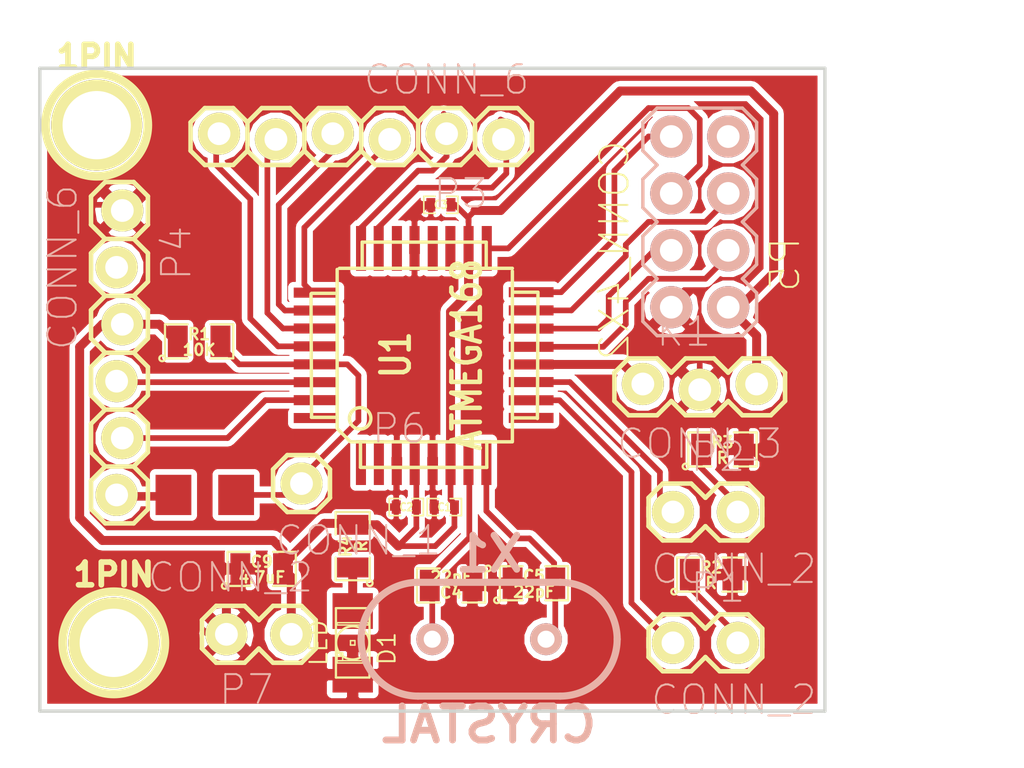
<source format=kicad_pcb>
(kicad_pcb (version 3) (host pcbnew "(2013-04-25 BZR 4110)-testing")

  (general
    (links 54)
    (no_connects 0)
    (area 215.062999 51.232999 250.265001 80.085001)
    (thickness 1.6)
    (drawings 4)
    (tracks 259)
    (zones 0)
    (modules 24)
    (nets 35)
  )

  (page A3)
  (layers
    (15 F.Cu signal)
    (0 B.Cu signal)
    (16 B.Adhes user)
    (17 F.Adhes user)
    (18 B.Paste user)
    (19 F.Paste user)
    (20 B.SilkS user)
    (21 F.SilkS user)
    (22 B.Mask user)
    (23 F.Mask user)
    (24 Dwgs.User user)
    (25 Cmts.User user)
    (26 Eco1.User user)
    (27 Eco2.User user)
    (28 Edge.Cuts user)
  )

  (setup
    (last_trace_width 0.4)
    (user_trace_width 0.23)
    (user_trace_width 0.4)
    (trace_clearance 0.127)
    (zone_clearance 0.254)
    (zone_45_only no)
    (trace_min 0.2)
    (segment_width 0.2)
    (edge_width 0.15)
    (via_size 1.2)
    (via_drill 0.81)
    (via_min_size 0.889)
    (via_min_drill 0.508)
    (uvia_size 0.508)
    (uvia_drill 0.127)
    (uvias_allowed no)
    (uvia_min_size 0.508)
    (uvia_min_drill 0.127)
    (pcb_text_width 0.3)
    (pcb_text_size 1.5 1.5)
    (mod_edge_width 0.15)
    (mod_text_size 1.5 1.5)
    (mod_text_width 0.15)
    (pad_size 1.4 1.4)
    (pad_drill 0.6)
    (pad_to_mask_clearance 0.2)
    (aux_axis_origin 0 0)
    (visible_elements 7FFFFFFF)
    (pcbplotparams
      (layerselection 3178497)
      (usegerberextensions true)
      (excludeedgelayer true)
      (linewidth 152400)
      (plotframeref false)
      (viasonmask false)
      (mode 1)
      (useauxorigin false)
      (hpglpennumber 1)
      (hpglpenspeed 20)
      (hpglpendiameter 15)
      (hpglpenoverlay 2)
      (psnegative false)
      (psa4output false)
      (plotreference true)
      (plotvalue true)
      (plotothertext true)
      (plotinvisibletext false)
      (padsonsilk false)
      (subtractmaskfromsilk false)
      (outputformat 1)
      (mirror false)
      (drillshape 1)
      (scaleselection 1)
      (outputdirectory ""))
  )

  (net 0 "")
  (net 1 +3.3V)
  (net 2 /CE)
  (net 3 /CS)
  (net 4 /GC_DATA)
  (net 5 /IRQ)
  (net 6 /LED1)
  (net 7 /LED2)
  (net 8 /MISO)
  (net 9 /MOSI)
  (net 10 /RESET)
  (net 11 /RX)
  (net 12 /SCK)
  (net 13 /TX)
  (net 14 GND)
  (net 15 N-000001)
  (net 16 N-0000011)
  (net 17 N-0000013)
  (net 18 N-0000015)
  (net 19 N-0000016)
  (net 20 N-0000017)
  (net 21 N-0000018)
  (net 22 N-0000019)
  (net 23 N-0000020)
  (net 24 N-0000022)
  (net 25 N-0000023)
  (net 26 N-0000024)
  (net 27 N-0000034)
  (net 28 N-0000035)
  (net 29 N-000004)
  (net 30 N-000005)
  (net 31 N-000006)
  (net 32 N-000007)
  (net 33 N-000008)
  (net 34 N-000009)

  (net_class Default "This is the default net class."
    (clearance 0.127)
    (trace_width 0.254)
    (via_dia 1.2)
    (via_drill 0.81)
    (uvia_dia 0.508)
    (uvia_drill 0.127)
    (add_net "")
    (add_net +3.3V)
    (add_net /CE)
    (add_net /CS)
    (add_net /GC_DATA)
    (add_net /IRQ)
    (add_net /LED1)
    (add_net /LED2)
    (add_net /MISO)
    (add_net /MOSI)
    (add_net /RESET)
    (add_net /RX)
    (add_net /SCK)
    (add_net /TX)
    (add_net GND)
    (add_net N-000001)
    (add_net N-0000011)
    (add_net N-0000013)
    (add_net N-0000015)
    (add_net N-0000016)
    (add_net N-0000017)
    (add_net N-0000018)
    (add_net N-0000019)
    (add_net N-0000020)
    (add_net N-0000022)
    (add_net N-0000023)
    (add_net N-0000024)
    (add_net N-0000034)
    (add_net N-0000035)
    (add_net N-000004)
    (add_net N-000005)
    (add_net N-000006)
    (add_net N-000007)
    (add_net N-000008)
    (add_net N-000009)
  )

  (module SM0402 (layer F.Cu) (tedit 50A4E0BA) (tstamp 519FE4B6)
    (at 233.2 70.9)
    (path /519FCFAF)
    (attr smd)
    (fp_text reference C1 (at 0 0) (layer F.SilkS)
      (effects (font (size 0.35052 0.3048) (thickness 0.07112)))
    )
    (fp_text value 100nF (at 0.09906 0) (layer F.SilkS) hide
      (effects (font (size 0.35052 0.3048) (thickness 0.07112)))
    )
    (fp_line (start -0.254 -0.381) (end -0.762 -0.381) (layer F.SilkS) (width 0.07112))
    (fp_line (start -0.762 -0.381) (end -0.762 0.381) (layer F.SilkS) (width 0.07112))
    (fp_line (start -0.762 0.381) (end -0.254 0.381) (layer F.SilkS) (width 0.07112))
    (fp_line (start 0.254 -0.381) (end 0.762 -0.381) (layer F.SilkS) (width 0.07112))
    (fp_line (start 0.762 -0.381) (end 0.762 0.381) (layer F.SilkS) (width 0.07112))
    (fp_line (start 0.762 0.381) (end 0.254 0.381) (layer F.SilkS) (width 0.07112))
    (pad 1 smd rect (at -0.44958 0) (size 0.39878 0.59944)
      (layers F.Cu F.Paste F.Mask)
      (net 14 GND)
    )
    (pad 2 smd rect (at 0.44958 0) (size 0.39878 0.59944)
      (layers F.Cu F.Paste F.Mask)
      (net 1 +3.3V)
    )
    (model smd\chip_cms.wrl
      (at (xyz 0 0 0.002))
      (scale (xyz 0.05 0.05 0.05))
      (rotate (xyz 0 0 0))
    )
  )

  (module SM0402 (layer F.Cu) (tedit 50A4E0BA) (tstamp 519FE4C2)
    (at 231.5 70.9)
    (path /519FCFA2)
    (attr smd)
    (fp_text reference C2 (at 0 0) (layer F.SilkS)
      (effects (font (size 0.35052 0.3048) (thickness 0.07112)))
    )
    (fp_text value 100nF (at 0.09906 0) (layer F.SilkS) hide
      (effects (font (size 0.35052 0.3048) (thickness 0.07112)))
    )
    (fp_line (start -0.254 -0.381) (end -0.762 -0.381) (layer F.SilkS) (width 0.07112))
    (fp_line (start -0.762 -0.381) (end -0.762 0.381) (layer F.SilkS) (width 0.07112))
    (fp_line (start -0.762 0.381) (end -0.254 0.381) (layer F.SilkS) (width 0.07112))
    (fp_line (start 0.254 -0.381) (end 0.762 -0.381) (layer F.SilkS) (width 0.07112))
    (fp_line (start 0.762 -0.381) (end 0.762 0.381) (layer F.SilkS) (width 0.07112))
    (fp_line (start 0.762 0.381) (end 0.254 0.381) (layer F.SilkS) (width 0.07112))
    (pad 1 smd rect (at -0.44958 0) (size 0.39878 0.59944)
      (layers F.Cu F.Paste F.Mask)
      (net 14 GND)
    )
    (pad 2 smd rect (at 0.44958 0) (size 0.39878 0.59944)
      (layers F.Cu F.Paste F.Mask)
      (net 1 +3.3V)
    )
    (model smd\chip_cms.wrl
      (at (xyz 0 0 0.002))
      (scale (xyz 0.05 0.05 0.05))
      (rotate (xyz 0 0 0))
    )
  )

  (module SM0402 (layer F.Cu) (tedit 50A4E0BA) (tstamp 519FE4CE)
    (at 233.045 57.404)
    (path /519FCFB5)
    (attr smd)
    (fp_text reference C3 (at 0 0) (layer F.SilkS)
      (effects (font (size 0.35052 0.3048) (thickness 0.07112)))
    )
    (fp_text value 100nF (at 0.09906 0) (layer F.SilkS) hide
      (effects (font (size 0.35052 0.3048) (thickness 0.07112)))
    )
    (fp_line (start -0.254 -0.381) (end -0.762 -0.381) (layer F.SilkS) (width 0.07112))
    (fp_line (start -0.762 -0.381) (end -0.762 0.381) (layer F.SilkS) (width 0.07112))
    (fp_line (start -0.762 0.381) (end -0.254 0.381) (layer F.SilkS) (width 0.07112))
    (fp_line (start 0.254 -0.381) (end 0.762 -0.381) (layer F.SilkS) (width 0.07112))
    (fp_line (start 0.762 -0.381) (end 0.762 0.381) (layer F.SilkS) (width 0.07112))
    (fp_line (start 0.762 0.381) (end 0.254 0.381) (layer F.SilkS) (width 0.07112))
    (pad 1 smd rect (at -0.44958 0) (size 0.39878 0.59944)
      (layers F.Cu F.Paste F.Mask)
      (net 14 GND)
    )
    (pad 2 smd rect (at 0.44958 0) (size 0.39878 0.59944)
      (layers F.Cu F.Paste F.Mask)
      (net 1 +3.3V)
    )
    (model smd\chip_cms.wrl
      (at (xyz 0 0 0.002))
      (scale (xyz 0.05 0.05 0.05))
      (rotate (xyz 0 0 0))
    )
  )

  (module SparkFun-1X03_LOCK (layer F.Cu) (tedit 200000) (tstamp 519FE56C)
    (at 242.062 65.532)
    (path /519FD17C)
    (attr virtual)
    (fp_text reference K1 (at 1.8288 -2.4638) (layer B.SilkS)
      (effects (font (size 1.27 1.27) (thickness 0.0889)))
    )
    (fp_text value CONN_3 (at 2.54 2.54) (layer B.SilkS)
      (effects (font (size 1.27 1.27) (thickness 0.0889)))
    )
    (fp_line (start 4.826 0.254) (end 5.334 0.254) (layer F.SilkS) (width 0.06604))
    (fp_line (start 5.334 0.254) (end 5.334 -0.254) (layer F.SilkS) (width 0.06604))
    (fp_line (start 4.826 -0.254) (end 5.334 -0.254) (layer F.SilkS) (width 0.06604))
    (fp_line (start 4.826 0.254) (end 4.826 -0.254) (layer F.SilkS) (width 0.06604))
    (fp_line (start 2.286 0.254) (end 2.794 0.254) (layer F.SilkS) (width 0.06604))
    (fp_line (start 2.794 0.254) (end 2.794 -0.254) (layer F.SilkS) (width 0.06604))
    (fp_line (start 2.286 -0.254) (end 2.794 -0.254) (layer F.SilkS) (width 0.06604))
    (fp_line (start 2.286 0.254) (end 2.286 -0.254) (layer F.SilkS) (width 0.06604))
    (fp_line (start -0.254 0.254) (end 0.254 0.254) (layer F.SilkS) (width 0.06604))
    (fp_line (start 0.254 0.254) (end 0.254 -0.254) (layer F.SilkS) (width 0.06604))
    (fp_line (start -0.254 -0.254) (end 0.254 -0.254) (layer F.SilkS) (width 0.06604))
    (fp_line (start -0.254 0.254) (end -0.254 -0.254) (layer F.SilkS) (width 0.06604))
    (fp_line (start 3.81 -0.635) (end 4.445 -1.27) (layer F.SilkS) (width 0.2032))
    (fp_line (start 4.445 -1.27) (end 5.715 -1.27) (layer F.SilkS) (width 0.2032))
    (fp_line (start 5.715 -1.27) (end 6.35 -0.635) (layer F.SilkS) (width 0.2032))
    (fp_line (start 6.35 0.635) (end 5.715 1.27) (layer F.SilkS) (width 0.2032))
    (fp_line (start 5.715 1.27) (end 4.445 1.27) (layer F.SilkS) (width 0.2032))
    (fp_line (start 4.445 1.27) (end 3.81 0.635) (layer F.SilkS) (width 0.2032))
    (fp_line (start -0.635 -1.27) (end 0.635 -1.27) (layer F.SilkS) (width 0.2032))
    (fp_line (start 0.635 -1.27) (end 1.27 -0.635) (layer F.SilkS) (width 0.2032))
    (fp_line (start 1.27 0.635) (end 0.635 1.27) (layer F.SilkS) (width 0.2032))
    (fp_line (start 1.27 -0.635) (end 1.905 -1.27) (layer F.SilkS) (width 0.2032))
    (fp_line (start 1.905 -1.27) (end 3.175 -1.27) (layer F.SilkS) (width 0.2032))
    (fp_line (start 3.175 -1.27) (end 3.81 -0.635) (layer F.SilkS) (width 0.2032))
    (fp_line (start 3.81 0.635) (end 3.175 1.27) (layer F.SilkS) (width 0.2032))
    (fp_line (start 3.175 1.27) (end 1.905 1.27) (layer F.SilkS) (width 0.2032))
    (fp_line (start 1.905 1.27) (end 1.27 0.635) (layer F.SilkS) (width 0.2032))
    (fp_line (start -1.27 -0.635) (end -1.27 0.635) (layer F.SilkS) (width 0.2032))
    (fp_line (start -0.635 -1.27) (end -1.27 -0.635) (layer F.SilkS) (width 0.2032))
    (fp_line (start -1.27 0.635) (end -0.635 1.27) (layer F.SilkS) (width 0.2032))
    (fp_line (start 0.635 1.27) (end -0.635 1.27) (layer F.SilkS) (width 0.2032))
    (fp_line (start 6.35 -0.635) (end 6.35 0.635) (layer F.SilkS) (width 0.2032))
    (pad 1 thru_hole circle (at 0 -0.127) (size 1.8796 1.8796) (drill 1.016)
      (layers *.Cu F.Paste F.SilkS F.Mask)
      (net 4 /GC_DATA)
    )
    (pad 2 thru_hole circle (at 2.54 0.127) (size 1.8796 1.8796) (drill 1.016)
      (layers *.Cu F.Paste F.SilkS F.Mask)
      (net 14 GND)
    )
    (pad 3 thru_hole circle (at 5.08 -0.127) (size 1.8796 1.8796) (drill 1.016)
      (layers *.Cu F.Paste F.SilkS F.Mask)
      (net 1 +3.3V)
    )
  )

  (module SparkFun-1X02_LOCK (layer F.Cu) (tedit 200000) (tstamp 519FE599)
    (at 243.586 76.962)
    (path /519FD209)
    (attr virtual)
    (fp_text reference P1 (at 1.8288 -2.4638) (layer B.SilkS)
      (effects (font (size 1.27 1.27) (thickness 0.0889)))
    )
    (fp_text value CONN_2 (at 2.54 2.54) (layer B.SilkS)
      (effects (font (size 1.27 1.27) (thickness 0.0889)))
    )
    (fp_line (start -0.2921 0.2921) (end 0.2921 0.2921) (layer F.SilkS) (width 0.06604))
    (fp_line (start 0.2921 0.2921) (end 0.2921 -0.2921) (layer F.SilkS) (width 0.06604))
    (fp_line (start -0.2921 -0.2921) (end 0.2921 -0.2921) (layer F.SilkS) (width 0.06604))
    (fp_line (start -0.2921 0.2921) (end -0.2921 -0.2921) (layer F.SilkS) (width 0.06604))
    (fp_line (start 2.2479 0.2921) (end 2.8321 0.2921) (layer F.SilkS) (width 0.06604))
    (fp_line (start 2.8321 0.2921) (end 2.8321 -0.2921) (layer F.SilkS) (width 0.06604))
    (fp_line (start 2.2479 -0.2921) (end 2.8321 -0.2921) (layer F.SilkS) (width 0.06604))
    (fp_line (start 2.2479 0.2921) (end 2.2479 -0.2921) (layer F.SilkS) (width 0.06604))
    (fp_line (start -0.635 -1.27) (end 0.635 -1.27) (layer F.SilkS) (width 0.2032))
    (fp_line (start 0.635 -1.27) (end 1.27 -0.635) (layer F.SilkS) (width 0.2032))
    (fp_line (start 1.27 0.635) (end 0.635 1.27) (layer F.SilkS) (width 0.2032))
    (fp_line (start 1.27 -0.635) (end 1.905 -1.27) (layer F.SilkS) (width 0.2032))
    (fp_line (start 1.905 -1.27) (end 3.175 -1.27) (layer F.SilkS) (width 0.2032))
    (fp_line (start 3.175 -1.27) (end 3.81 -0.635) (layer F.SilkS) (width 0.2032))
    (fp_line (start 3.81 0.635) (end 3.175 1.27) (layer F.SilkS) (width 0.2032))
    (fp_line (start 3.175 1.27) (end 1.905 1.27) (layer F.SilkS) (width 0.2032))
    (fp_line (start 1.905 1.27) (end 1.27 0.635) (layer F.SilkS) (width 0.2032))
    (fp_line (start -1.27 -0.635) (end -1.27 0.635) (layer F.SilkS) (width 0.2032))
    (fp_line (start -0.635 -1.27) (end -1.27 -0.635) (layer F.SilkS) (width 0.2032))
    (fp_line (start -1.27 0.635) (end -0.635 1.27) (layer F.SilkS) (width 0.2032))
    (fp_line (start 0.635 1.27) (end -0.635 1.27) (layer F.SilkS) (width 0.2032))
    (fp_line (start 3.81 -0.635) (end 3.81 0.635) (layer F.SilkS) (width 0.2032))
    (pad 1 thru_hole circle (at -0.1778 0) (size 1.8796 1.8796) (drill 1.016)
      (layers *.Cu F.Paste F.SilkS F.Mask)
      (net 6 /LED1)
    )
    (pad 2 thru_hole circle (at 2.7178 0) (size 1.8796 1.8796) (drill 1.016)
      (layers *.Cu F.Paste F.SilkS F.Mask)
      (net 28 N-0000035)
    )
  )

  (module SparkFun-1X02_LOCK (layer F.Cu) (tedit 200000) (tstamp 519FE5B5)
    (at 243.586 71.12)
    (path /519FD216)
    (attr virtual)
    (fp_text reference P2 (at 1.8288 -2.4638) (layer B.SilkS)
      (effects (font (size 1.27 1.27) (thickness 0.0889)))
    )
    (fp_text value CONN_2 (at 2.54 2.54) (layer B.SilkS)
      (effects (font (size 1.27 1.27) (thickness 0.0889)))
    )
    (fp_line (start -0.2921 0.2921) (end 0.2921 0.2921) (layer F.SilkS) (width 0.06604))
    (fp_line (start 0.2921 0.2921) (end 0.2921 -0.2921) (layer F.SilkS) (width 0.06604))
    (fp_line (start -0.2921 -0.2921) (end 0.2921 -0.2921) (layer F.SilkS) (width 0.06604))
    (fp_line (start -0.2921 0.2921) (end -0.2921 -0.2921) (layer F.SilkS) (width 0.06604))
    (fp_line (start 2.2479 0.2921) (end 2.8321 0.2921) (layer F.SilkS) (width 0.06604))
    (fp_line (start 2.8321 0.2921) (end 2.8321 -0.2921) (layer F.SilkS) (width 0.06604))
    (fp_line (start 2.2479 -0.2921) (end 2.8321 -0.2921) (layer F.SilkS) (width 0.06604))
    (fp_line (start 2.2479 0.2921) (end 2.2479 -0.2921) (layer F.SilkS) (width 0.06604))
    (fp_line (start -0.635 -1.27) (end 0.635 -1.27) (layer F.SilkS) (width 0.2032))
    (fp_line (start 0.635 -1.27) (end 1.27 -0.635) (layer F.SilkS) (width 0.2032))
    (fp_line (start 1.27 0.635) (end 0.635 1.27) (layer F.SilkS) (width 0.2032))
    (fp_line (start 1.27 -0.635) (end 1.905 -1.27) (layer F.SilkS) (width 0.2032))
    (fp_line (start 1.905 -1.27) (end 3.175 -1.27) (layer F.SilkS) (width 0.2032))
    (fp_line (start 3.175 -1.27) (end 3.81 -0.635) (layer F.SilkS) (width 0.2032))
    (fp_line (start 3.81 0.635) (end 3.175 1.27) (layer F.SilkS) (width 0.2032))
    (fp_line (start 3.175 1.27) (end 1.905 1.27) (layer F.SilkS) (width 0.2032))
    (fp_line (start 1.905 1.27) (end 1.27 0.635) (layer F.SilkS) (width 0.2032))
    (fp_line (start -1.27 -0.635) (end -1.27 0.635) (layer F.SilkS) (width 0.2032))
    (fp_line (start -0.635 -1.27) (end -1.27 -0.635) (layer F.SilkS) (width 0.2032))
    (fp_line (start -1.27 0.635) (end -0.635 1.27) (layer F.SilkS) (width 0.2032))
    (fp_line (start 0.635 1.27) (end -0.635 1.27) (layer F.SilkS) (width 0.2032))
    (fp_line (start 3.81 -0.635) (end 3.81 0.635) (layer F.SilkS) (width 0.2032))
    (pad 1 thru_hole circle (at -0.1778 0) (size 1.8796 1.8796) (drill 1.016)
      (layers *.Cu F.Paste F.SilkS F.Mask)
      (net 7 /LED2)
    )
    (pad 2 thru_hole circle (at 2.7178 0) (size 1.8796 1.8796) (drill 1.016)
      (layers *.Cu F.Paste F.SilkS F.Mask)
      (net 27 N-0000034)
    )
  )

  (module SparkFun-1X06_LOCK (layer F.Cu) (tedit 200000) (tstamp 519FE602)
    (at 235.839 54.483 180)
    (descr "THIS FOOTPRINT WAS DESIGNED TO HELP HOLD THE ALIGNMENT OF A THROUGH-HOLE COMPONENT (I.E.  6-PIN HEADER) WHILE SOLDERING IT INTO PLACE.")
    (tags "THIS FOOTPRINT WAS DESIGNED TO HELP HOLD THE ALIGNMENT OF A THROUGH-HOLE COMPONENT (I.E.  6-PIN HEADER) WHILE SOLDERING IT INTO PLACE.")
    (path /519FD681)
    (attr virtual)
    (fp_text reference P3 (at 1.905 -2.413 180) (layer B.SilkS)
      (effects (font (size 1.27 1.27) (thickness 0.0889)))
    )
    (fp_text value CONN_6 (at 2.54 2.667 180) (layer B.SilkS)
      (effects (font (size 1.27 1.27) (thickness 0.0889)))
    )
    (fp_line (start -0.2921 0.4191) (end 0.2921 0.4191) (layer F.SilkS) (width 0.06604))
    (fp_line (start 0.2921 0.4191) (end 0.2921 -0.1651) (layer F.SilkS) (width 0.06604))
    (fp_line (start -0.2921 -0.1651) (end 0.2921 -0.1651) (layer F.SilkS) (width 0.06604))
    (fp_line (start -0.2921 0.4191) (end -0.2921 -0.1651) (layer F.SilkS) (width 0.06604))
    (fp_line (start 2.2479 0.4191) (end 2.8321 0.4191) (layer F.SilkS) (width 0.06604))
    (fp_line (start 2.8321 0.4191) (end 2.8321 -0.1651) (layer F.SilkS) (width 0.06604))
    (fp_line (start 2.2479 -0.1651) (end 2.8321 -0.1651) (layer F.SilkS) (width 0.06604))
    (fp_line (start 2.2479 0.4191) (end 2.2479 -0.1651) (layer F.SilkS) (width 0.06604))
    (fp_line (start 4.7879 0.4191) (end 5.3721 0.4191) (layer F.SilkS) (width 0.06604))
    (fp_line (start 5.3721 0.4191) (end 5.3721 -0.1651) (layer F.SilkS) (width 0.06604))
    (fp_line (start 4.7879 -0.1651) (end 5.3721 -0.1651) (layer F.SilkS) (width 0.06604))
    (fp_line (start 4.7879 0.4191) (end 4.7879 -0.1651) (layer F.SilkS) (width 0.06604))
    (fp_line (start 7.3279 0.4191) (end 7.9121 0.4191) (layer F.SilkS) (width 0.06604))
    (fp_line (start 7.9121 0.4191) (end 7.9121 -0.1651) (layer F.SilkS) (width 0.06604))
    (fp_line (start 7.3279 -0.1651) (end 7.9121 -0.1651) (layer F.SilkS) (width 0.06604))
    (fp_line (start 7.3279 0.4191) (end 7.3279 -0.1651) (layer F.SilkS) (width 0.06604))
    (fp_line (start 9.8679 0.4191) (end 10.4521 0.4191) (layer F.SilkS) (width 0.06604))
    (fp_line (start 10.4521 0.4191) (end 10.4521 -0.1651) (layer F.SilkS) (width 0.06604))
    (fp_line (start 9.8679 -0.1651) (end 10.4521 -0.1651) (layer F.SilkS) (width 0.06604))
    (fp_line (start 9.8679 0.4191) (end 9.8679 -0.1651) (layer F.SilkS) (width 0.06604))
    (fp_line (start 12.4079 0.4191) (end 12.9921 0.4191) (layer F.SilkS) (width 0.06604))
    (fp_line (start 12.9921 0.4191) (end 12.9921 -0.1651) (layer F.SilkS) (width 0.06604))
    (fp_line (start 12.4079 -0.1651) (end 12.9921 -0.1651) (layer F.SilkS) (width 0.06604))
    (fp_line (start 12.4079 0.4191) (end 12.4079 -0.1651) (layer F.SilkS) (width 0.06604))
    (fp_line (start -1.27 -0.508) (end -0.635 -1.143) (layer F.SilkS) (width 0.2032))
    (fp_line (start -0.635 -1.143) (end 0.635 -1.143) (layer F.SilkS) (width 0.2032))
    (fp_line (start 0.635 -1.143) (end 1.27 -0.508) (layer F.SilkS) (width 0.2032))
    (fp_line (start 1.27 -0.508) (end 1.905 -1.143) (layer F.SilkS) (width 0.2032))
    (fp_line (start 1.905 -1.143) (end 3.175 -1.143) (layer F.SilkS) (width 0.2032))
    (fp_line (start 3.175 -1.143) (end 3.81 -0.508) (layer F.SilkS) (width 0.2032))
    (fp_line (start 3.81 -0.508) (end 4.445 -1.143) (layer F.SilkS) (width 0.2032))
    (fp_line (start 4.445 -1.143) (end 5.715 -1.143) (layer F.SilkS) (width 0.2032))
    (fp_line (start 5.715 -1.143) (end 6.35 -0.508) (layer F.SilkS) (width 0.2032))
    (fp_line (start 6.35 -0.508) (end 6.985 -1.143) (layer F.SilkS) (width 0.2032))
    (fp_line (start 6.985 -1.143) (end 8.255 -1.143) (layer F.SilkS) (width 0.2032))
    (fp_line (start 8.255 -1.143) (end 8.89 -0.508) (layer F.SilkS) (width 0.2032))
    (fp_line (start 8.89 -0.508) (end 9.525 -1.143) (layer F.SilkS) (width 0.2032))
    (fp_line (start 9.525 -1.143) (end 10.795 -1.143) (layer F.SilkS) (width 0.2032))
    (fp_line (start 10.795 -1.143) (end 11.43 -0.508) (layer F.SilkS) (width 0.2032))
    (fp_line (start 11.43 -0.508) (end 12.065 -1.143) (layer F.SilkS) (width 0.2032))
    (fp_line (start 12.065 -1.143) (end 13.335 -1.143) (layer F.SilkS) (width 0.2032))
    (fp_line (start 13.335 -1.143) (end 13.97 -0.508) (layer F.SilkS) (width 0.2032))
    (fp_line (start 13.97 -0.508) (end 13.97 0.762) (layer F.SilkS) (width 0.2032))
    (fp_line (start 13.97 0.762) (end 13.335 1.397) (layer F.SilkS) (width 0.2032))
    (fp_line (start 13.335 1.397) (end 12.065 1.397) (layer F.SilkS) (width 0.2032))
    (fp_line (start 12.065 1.397) (end 11.43 0.762) (layer F.SilkS) (width 0.2032))
    (fp_line (start 11.43 0.762) (end 10.795 1.397) (layer F.SilkS) (width 0.2032))
    (fp_line (start 10.795 1.397) (end 9.525 1.397) (layer F.SilkS) (width 0.2032))
    (fp_line (start 9.525 1.397) (end 8.89 0.762) (layer F.SilkS) (width 0.2032))
    (fp_line (start 8.89 0.762) (end 8.255 1.397) (layer F.SilkS) (width 0.2032))
    (fp_line (start 8.255 1.397) (end 6.985 1.397) (layer F.SilkS) (width 0.2032))
    (fp_line (start 6.985 1.397) (end 6.35 0.762) (layer F.SilkS) (width 0.2032))
    (fp_line (start 6.35 0.762) (end 5.715 1.397) (layer F.SilkS) (width 0.2032))
    (fp_line (start 5.715 1.397) (end 4.445 1.397) (layer F.SilkS) (width 0.2032))
    (fp_line (start 4.445 1.397) (end 3.81 0.762) (layer F.SilkS) (width 0.2032))
    (fp_line (start 3.81 0.762) (end 3.175 1.397) (layer F.SilkS) (width 0.2032))
    (fp_line (start 3.175 1.397) (end 1.905 1.397) (layer F.SilkS) (width 0.2032))
    (fp_line (start 1.905 1.397) (end 1.27 0.762) (layer F.SilkS) (width 0.2032))
    (fp_line (start 1.27 0.762) (end 0.635 1.397) (layer F.SilkS) (width 0.2032))
    (fp_line (start 0.635 1.397) (end -0.635 1.397) (layer F.SilkS) (width 0.2032))
    (fp_line (start -0.635 1.397) (end -1.27 0.762) (layer F.SilkS) (width 0.2032))
    (fp_line (start -1.27 0.762) (end -1.27 -0.508) (layer F.SilkS) (width 0.2032))
    (fp_line (start 1.27 -0.508) (end 1.27 0.762) (layer F.SilkS) (width 0.2032))
    (fp_line (start 3.81 -0.508) (end 3.81 0.762) (layer F.SilkS) (width 0.2032))
    (fp_line (start 6.35 -0.508) (end 6.35 0.762) (layer F.SilkS) (width 0.2032))
    (fp_line (start 8.89 -0.508) (end 8.89 0.762) (layer F.SilkS) (width 0.2032))
    (fp_line (start 11.43 -0.508) (end 11.43 0.762) (layer F.SilkS) (width 0.2032))
    (pad 1 thru_hole circle (at 0 0 180) (size 1.8796 1.8796) (drill 1.016)
      (layers *.Cu F.Paste F.SilkS F.Mask)
      (net 30 N-000005)
    )
    (pad 2 thru_hole circle (at 2.54 0.254 180) (size 1.8796 1.8796) (drill 1.016)
      (layers *.Cu F.Paste F.SilkS F.Mask)
      (net 31 N-000006)
    )
    (pad 3 thru_hole circle (at 5.08 0 180) (size 1.8796 1.8796) (drill 1.016)
      (layers *.Cu F.Paste F.SilkS F.Mask)
      (net 32 N-000007)
    )
    (pad 4 thru_hole circle (at 7.62 0.254 180) (size 1.8796 1.8796) (drill 1.016)
      (layers *.Cu F.Paste F.SilkS F.Mask)
      (net 15 N-000001)
    )
    (pad 5 thru_hole circle (at 10.16 0 180) (size 1.8796 1.8796) (drill 1.016)
      (layers *.Cu F.Paste F.SilkS F.Mask)
      (net 33 N-000008)
    )
    (pad 6 thru_hole circle (at 12.7 0.254 180) (size 1.8796 1.8796) (drill 1.016)
      (layers *.Cu F.Paste F.SilkS F.Mask)
      (net 34 N-000009)
    )
  )

  (module SparkFun-1X06_LOCK (layer F.Cu) (tedit 200000) (tstamp 519FE64F)
    (at 218.821 57.658 270)
    (descr "THIS FOOTPRINT WAS DESIGNED TO HELP HOLD THE ALIGNMENT OF A THROUGH-HOLE COMPONENT (I.E.  6-PIN HEADER) WHILE SOLDERING IT INTO PLACE.")
    (tags "THIS FOOTPRINT WAS DESIGNED TO HELP HOLD THE ALIGNMENT OF A THROUGH-HOLE COMPONENT (I.E.  6-PIN HEADER) WHILE SOLDERING IT INTO PLACE.")
    (path /519FD482)
    (attr virtual)
    (fp_text reference P4 (at 1.905 -2.413 270) (layer B.SilkS)
      (effects (font (size 1.27 1.27) (thickness 0.0889)))
    )
    (fp_text value CONN_6 (at 2.54 2.667 270) (layer B.SilkS)
      (effects (font (size 1.27 1.27) (thickness 0.0889)))
    )
    (fp_line (start -0.2921 0.4191) (end 0.2921 0.4191) (layer F.SilkS) (width 0.06604))
    (fp_line (start 0.2921 0.4191) (end 0.2921 -0.1651) (layer F.SilkS) (width 0.06604))
    (fp_line (start -0.2921 -0.1651) (end 0.2921 -0.1651) (layer F.SilkS) (width 0.06604))
    (fp_line (start -0.2921 0.4191) (end -0.2921 -0.1651) (layer F.SilkS) (width 0.06604))
    (fp_line (start 2.2479 0.4191) (end 2.8321 0.4191) (layer F.SilkS) (width 0.06604))
    (fp_line (start 2.8321 0.4191) (end 2.8321 -0.1651) (layer F.SilkS) (width 0.06604))
    (fp_line (start 2.2479 -0.1651) (end 2.8321 -0.1651) (layer F.SilkS) (width 0.06604))
    (fp_line (start 2.2479 0.4191) (end 2.2479 -0.1651) (layer F.SilkS) (width 0.06604))
    (fp_line (start 4.7879 0.4191) (end 5.3721 0.4191) (layer F.SilkS) (width 0.06604))
    (fp_line (start 5.3721 0.4191) (end 5.3721 -0.1651) (layer F.SilkS) (width 0.06604))
    (fp_line (start 4.7879 -0.1651) (end 5.3721 -0.1651) (layer F.SilkS) (width 0.06604))
    (fp_line (start 4.7879 0.4191) (end 4.7879 -0.1651) (layer F.SilkS) (width 0.06604))
    (fp_line (start 7.3279 0.4191) (end 7.9121 0.4191) (layer F.SilkS) (width 0.06604))
    (fp_line (start 7.9121 0.4191) (end 7.9121 -0.1651) (layer F.SilkS) (width 0.06604))
    (fp_line (start 7.3279 -0.1651) (end 7.9121 -0.1651) (layer F.SilkS) (width 0.06604))
    (fp_line (start 7.3279 0.4191) (end 7.3279 -0.1651) (layer F.SilkS) (width 0.06604))
    (fp_line (start 9.8679 0.4191) (end 10.4521 0.4191) (layer F.SilkS) (width 0.06604))
    (fp_line (start 10.4521 0.4191) (end 10.4521 -0.1651) (layer F.SilkS) (width 0.06604))
    (fp_line (start 9.8679 -0.1651) (end 10.4521 -0.1651) (layer F.SilkS) (width 0.06604))
    (fp_line (start 9.8679 0.4191) (end 9.8679 -0.1651) (layer F.SilkS) (width 0.06604))
    (fp_line (start 12.4079 0.4191) (end 12.9921 0.4191) (layer F.SilkS) (width 0.06604))
    (fp_line (start 12.9921 0.4191) (end 12.9921 -0.1651) (layer F.SilkS) (width 0.06604))
    (fp_line (start 12.4079 -0.1651) (end 12.9921 -0.1651) (layer F.SilkS) (width 0.06604))
    (fp_line (start 12.4079 0.4191) (end 12.4079 -0.1651) (layer F.SilkS) (width 0.06604))
    (fp_line (start -1.27 -0.508) (end -0.635 -1.143) (layer F.SilkS) (width 0.2032))
    (fp_line (start -0.635 -1.143) (end 0.635 -1.143) (layer F.SilkS) (width 0.2032))
    (fp_line (start 0.635 -1.143) (end 1.27 -0.508) (layer F.SilkS) (width 0.2032))
    (fp_line (start 1.27 -0.508) (end 1.905 -1.143) (layer F.SilkS) (width 0.2032))
    (fp_line (start 1.905 -1.143) (end 3.175 -1.143) (layer F.SilkS) (width 0.2032))
    (fp_line (start 3.175 -1.143) (end 3.81 -0.508) (layer F.SilkS) (width 0.2032))
    (fp_line (start 3.81 -0.508) (end 4.445 -1.143) (layer F.SilkS) (width 0.2032))
    (fp_line (start 4.445 -1.143) (end 5.715 -1.143) (layer F.SilkS) (width 0.2032))
    (fp_line (start 5.715 -1.143) (end 6.35 -0.508) (layer F.SilkS) (width 0.2032))
    (fp_line (start 6.35 -0.508) (end 6.985 -1.143) (layer F.SilkS) (width 0.2032))
    (fp_line (start 6.985 -1.143) (end 8.255 -1.143) (layer F.SilkS) (width 0.2032))
    (fp_line (start 8.255 -1.143) (end 8.89 -0.508) (layer F.SilkS) (width 0.2032))
    (fp_line (start 8.89 -0.508) (end 9.525 -1.143) (layer F.SilkS) (width 0.2032))
    (fp_line (start 9.525 -1.143) (end 10.795 -1.143) (layer F.SilkS) (width 0.2032))
    (fp_line (start 10.795 -1.143) (end 11.43 -0.508) (layer F.SilkS) (width 0.2032))
    (fp_line (start 11.43 -0.508) (end 12.065 -1.143) (layer F.SilkS) (width 0.2032))
    (fp_line (start 12.065 -1.143) (end 13.335 -1.143) (layer F.SilkS) (width 0.2032))
    (fp_line (start 13.335 -1.143) (end 13.97 -0.508) (layer F.SilkS) (width 0.2032))
    (fp_line (start 13.97 -0.508) (end 13.97 0.762) (layer F.SilkS) (width 0.2032))
    (fp_line (start 13.97 0.762) (end 13.335 1.397) (layer F.SilkS) (width 0.2032))
    (fp_line (start 13.335 1.397) (end 12.065 1.397) (layer F.SilkS) (width 0.2032))
    (fp_line (start 12.065 1.397) (end 11.43 0.762) (layer F.SilkS) (width 0.2032))
    (fp_line (start 11.43 0.762) (end 10.795 1.397) (layer F.SilkS) (width 0.2032))
    (fp_line (start 10.795 1.397) (end 9.525 1.397) (layer F.SilkS) (width 0.2032))
    (fp_line (start 9.525 1.397) (end 8.89 0.762) (layer F.SilkS) (width 0.2032))
    (fp_line (start 8.89 0.762) (end 8.255 1.397) (layer F.SilkS) (width 0.2032))
    (fp_line (start 8.255 1.397) (end 6.985 1.397) (layer F.SilkS) (width 0.2032))
    (fp_line (start 6.985 1.397) (end 6.35 0.762) (layer F.SilkS) (width 0.2032))
    (fp_line (start 6.35 0.762) (end 5.715 1.397) (layer F.SilkS) (width 0.2032))
    (fp_line (start 5.715 1.397) (end 4.445 1.397) (layer F.SilkS) (width 0.2032))
    (fp_line (start 4.445 1.397) (end 3.81 0.762) (layer F.SilkS) (width 0.2032))
    (fp_line (start 3.81 0.762) (end 3.175 1.397) (layer F.SilkS) (width 0.2032))
    (fp_line (start 3.175 1.397) (end 1.905 1.397) (layer F.SilkS) (width 0.2032))
    (fp_line (start 1.905 1.397) (end 1.27 0.762) (layer F.SilkS) (width 0.2032))
    (fp_line (start 1.27 0.762) (end 0.635 1.397) (layer F.SilkS) (width 0.2032))
    (fp_line (start 0.635 1.397) (end -0.635 1.397) (layer F.SilkS) (width 0.2032))
    (fp_line (start -0.635 1.397) (end -1.27 0.762) (layer F.SilkS) (width 0.2032))
    (fp_line (start -1.27 0.762) (end -1.27 -0.508) (layer F.SilkS) (width 0.2032))
    (fp_line (start 1.27 -0.508) (end 1.27 0.762) (layer F.SilkS) (width 0.2032))
    (fp_line (start 3.81 -0.508) (end 3.81 0.762) (layer F.SilkS) (width 0.2032))
    (fp_line (start 6.35 -0.508) (end 6.35 0.762) (layer F.SilkS) (width 0.2032))
    (fp_line (start 8.89 -0.508) (end 8.89 0.762) (layer F.SilkS) (width 0.2032))
    (fp_line (start 11.43 -0.508) (end 11.43 0.762) (layer F.SilkS) (width 0.2032))
    (pad 1 thru_hole circle (at 0 0 270) (size 1.8796 1.8796) (drill 1.016)
      (layers *.Cu F.Paste F.SilkS F.Mask)
      (net 14 GND)
    )
    (pad 2 thru_hole circle (at 2.54 0.254 270) (size 1.8796 1.8796) (drill 1.016)
      (layers *.Cu F.Paste F.SilkS F.Mask)
      (net 29 N-000004)
    )
    (pad 3 thru_hole circle (at 5.08 0 270) (size 1.8796 1.8796) (drill 1.016)
      (layers *.Cu F.Paste F.SilkS F.Mask)
      (net 1 +3.3V)
    )
    (pad 4 thru_hole circle (at 7.62 0.254 270) (size 1.8796 1.8796) (drill 1.016)
      (layers *.Cu F.Paste F.SilkS F.Mask)
      (net 11 /RX)
    )
    (pad 5 thru_hole circle (at 10.16 0 270) (size 1.8796 1.8796) (drill 1.016)
      (layers *.Cu F.Paste F.SilkS F.Mask)
      (net 13 /TX)
    )
    (pad 6 thru_hole circle (at 12.7 0.254 270) (size 1.8796 1.8796) (drill 1.016)
      (layers *.Cu F.Paste F.SilkS F.Mask)
      (net 16 N-0000011)
    )
  )

  (module SparkFun-2X4 (layer B.Cu) (tedit 200000) (tstamp 519FE695)
    (at 244.602 58.166 90)
    (path /519FD81F)
    (attr virtual)
    (fp_text reference P5 (at -1.905 3.81 90) (layer F.SilkS)
      (effects (font (size 1.27 1.27) (thickness 0.0889)) (justify mirror))
    )
    (fp_text value CONN_4X2 (at -1.27 -3.81 90) (layer F.SilkS)
      (effects (font (size 1.27 1.27) (thickness 0.0889)) (justify mirror))
    )
    (fp_line (start -4.064 -1.524) (end -3.556 -1.524) (layer B.SilkS) (width 0.06604))
    (fp_line (start -3.556 -1.524) (end -3.556 -1.016) (layer B.SilkS) (width 0.06604))
    (fp_line (start -4.064 -1.016) (end -3.556 -1.016) (layer B.SilkS) (width 0.06604))
    (fp_line (start -4.064 -1.524) (end -4.064 -1.016) (layer B.SilkS) (width 0.06604))
    (fp_line (start -4.064 1.016) (end -3.556 1.016) (layer B.SilkS) (width 0.06604))
    (fp_line (start -3.556 1.016) (end -3.556 1.524) (layer B.SilkS) (width 0.06604))
    (fp_line (start -4.064 1.524) (end -3.556 1.524) (layer B.SilkS) (width 0.06604))
    (fp_line (start -4.064 1.016) (end -4.064 1.524) (layer B.SilkS) (width 0.06604))
    (fp_line (start -1.524 1.016) (end -1.016 1.016) (layer B.SilkS) (width 0.06604))
    (fp_line (start -1.016 1.016) (end -1.016 1.524) (layer B.SilkS) (width 0.06604))
    (fp_line (start -1.524 1.524) (end -1.016 1.524) (layer B.SilkS) (width 0.06604))
    (fp_line (start -1.524 1.016) (end -1.524 1.524) (layer B.SilkS) (width 0.06604))
    (fp_line (start -1.524 -1.524) (end -1.016 -1.524) (layer B.SilkS) (width 0.06604))
    (fp_line (start -1.016 -1.524) (end -1.016 -1.016) (layer B.SilkS) (width 0.06604))
    (fp_line (start -1.524 -1.016) (end -1.016 -1.016) (layer B.SilkS) (width 0.06604))
    (fp_line (start -1.524 -1.524) (end -1.524 -1.016) (layer B.SilkS) (width 0.06604))
    (fp_line (start 1.016 1.016) (end 1.524 1.016) (layer B.SilkS) (width 0.06604))
    (fp_line (start 1.524 1.016) (end 1.524 1.524) (layer B.SilkS) (width 0.06604))
    (fp_line (start 1.016 1.524) (end 1.524 1.524) (layer B.SilkS) (width 0.06604))
    (fp_line (start 1.016 1.016) (end 1.016 1.524) (layer B.SilkS) (width 0.06604))
    (fp_line (start 1.016 -1.524) (end 1.524 -1.524) (layer B.SilkS) (width 0.06604))
    (fp_line (start 1.524 -1.524) (end 1.524 -1.016) (layer B.SilkS) (width 0.06604))
    (fp_line (start 1.016 -1.016) (end 1.524 -1.016) (layer B.SilkS) (width 0.06604))
    (fp_line (start 1.016 -1.524) (end 1.016 -1.016) (layer B.SilkS) (width 0.06604))
    (fp_line (start 3.556 1.016) (end 4.064 1.016) (layer B.SilkS) (width 0.06604))
    (fp_line (start 4.064 1.016) (end 4.064 1.524) (layer B.SilkS) (width 0.06604))
    (fp_line (start 3.556 1.524) (end 4.064 1.524) (layer B.SilkS) (width 0.06604))
    (fp_line (start 3.556 1.016) (end 3.556 1.524) (layer B.SilkS) (width 0.06604))
    (fp_line (start 3.556 -1.524) (end 4.064 -1.524) (layer B.SilkS) (width 0.06604))
    (fp_line (start 4.064 -1.524) (end 4.064 -1.016) (layer B.SilkS) (width 0.06604))
    (fp_line (start 3.556 -1.016) (end 4.064 -1.016) (layer B.SilkS) (width 0.06604))
    (fp_line (start 3.556 -1.524) (end 3.556 -1.016) (layer B.SilkS) (width 0.06604))
    (fp_line (start -5.08 -1.905) (end -4.445 -2.54) (layer B.SilkS) (width 0.1524))
    (fp_line (start -3.175 -2.54) (end -2.54 -1.905) (layer B.SilkS) (width 0.1524))
    (fp_line (start -2.54 -1.905) (end -1.905 -2.54) (layer B.SilkS) (width 0.1524))
    (fp_line (start -0.635 -2.54) (end 0 -1.905) (layer B.SilkS) (width 0.1524))
    (fp_line (start 0 -1.905) (end 0.635 -2.54) (layer B.SilkS) (width 0.1524))
    (fp_line (start 1.905 -2.54) (end 2.54 -1.905) (layer B.SilkS) (width 0.1524))
    (fp_line (start 2.54 -1.905) (end 3.175 -2.54) (layer B.SilkS) (width 0.1524))
    (fp_line (start 4.445 -2.54) (end 5.08 -1.905) (layer B.SilkS) (width 0.1524))
    (fp_line (start -5.08 -1.905) (end -5.08 1.905) (layer B.SilkS) (width 0.1524))
    (fp_line (start -5.08 1.905) (end -4.445 2.54) (layer B.SilkS) (width 0.1524))
    (fp_line (start -4.445 2.54) (end -3.175 2.54) (layer B.SilkS) (width 0.1524))
    (fp_line (start -3.175 2.54) (end -2.54 1.905) (layer B.SilkS) (width 0.1524))
    (fp_line (start -2.54 1.905) (end -1.905 2.54) (layer B.SilkS) (width 0.1524))
    (fp_line (start -1.905 2.54) (end -0.635 2.54) (layer B.SilkS) (width 0.1524))
    (fp_line (start -0.635 2.54) (end 0 1.905) (layer B.SilkS) (width 0.1524))
    (fp_line (start 0 1.905) (end 0.635 2.54) (layer B.SilkS) (width 0.1524))
    (fp_line (start 0.635 2.54) (end 1.905 2.54) (layer B.SilkS) (width 0.1524))
    (fp_line (start 1.905 2.54) (end 2.54 1.905) (layer B.SilkS) (width 0.1524))
    (fp_line (start 2.54 1.905) (end 3.175 2.54) (layer B.SilkS) (width 0.1524))
    (fp_line (start 3.175 2.54) (end 4.445 2.54) (layer B.SilkS) (width 0.1524))
    (fp_line (start 4.445 2.54) (end 5.08 1.905) (layer B.SilkS) (width 0.1524))
    (fp_line (start 5.08 1.905) (end 5.08 -1.905) (layer B.SilkS) (width 0.1524))
    (fp_line (start 3.175 -2.54) (end 4.445 -2.54) (layer B.SilkS) (width 0.1524))
    (fp_line (start 0.635 -2.54) (end 1.905 -2.54) (layer B.SilkS) (width 0.1524))
    (fp_line (start -1.905 -2.54) (end -0.635 -2.54) (layer B.SilkS) (width 0.1524))
    (fp_line (start -4.445 -2.54) (end -3.175 -2.54) (layer B.SilkS) (width 0.1524))
    (pad 1 thru_hole circle (at -3.81 -1.27 90) (size 1.8796 3.7592) (drill 1.016)
      (layers *.Cu B.Paste B.SilkS B.Mask)
      (net 14 GND)
    )
    (pad 2 thru_hole circle (at -3.81 1.27 90) (size 1.8796 3.7592) (drill 1.016)
      (layers *.Cu B.Paste B.SilkS B.Mask)
      (net 1 +3.3V)
    )
    (pad 3 thru_hole circle (at -1.27 -1.27 90) (size 1.8796 3.7592) (drill 1.016)
      (layers *.Cu B.Paste B.SilkS B.Mask)
      (net 2 /CE)
    )
    (pad 4 thru_hole circle (at -1.27 1.27 90) (size 1.8796 3.7592) (drill 1.016)
      (layers *.Cu B.Paste B.SilkS B.Mask)
      (net 3 /CS)
    )
    (pad 5 thru_hole circle (at 1.27 -1.27 90) (size 1.8796 3.7592) (drill 1.016)
      (layers *.Cu B.Paste B.SilkS B.Mask)
      (net 12 /SCK)
    )
    (pad 6 thru_hole circle (at 1.27 1.27 90) (size 1.8796 3.7592) (drill 1.016)
      (layers *.Cu B.Paste B.SilkS B.Mask)
      (net 9 /MOSI)
    )
    (pad 7 thru_hole circle (at 3.81 -1.27 90) (size 1.8796 3.7592) (drill 1.016)
      (layers *.Cu B.Paste B.SilkS B.Mask)
      (net 8 /MISO)
    )
    (pad 8 thru_hole circle (at 3.81 1.27 90) (size 1.8796 3.7592) (drill 1.016)
      (layers *.Cu B.Paste B.SilkS B.Mask)
      (net 17 N-0000013)
    )
  )

  (module SM0805 (layer F.Cu) (tedit 5091495C) (tstamp 519FE6BE)
    (at 222.25 63.5)
    (path /519FD53F)
    (attr smd)
    (fp_text reference R1 (at 0 -0.3175) (layer F.SilkS)
      (effects (font (size 0.50038 0.50038) (thickness 0.10922)))
    )
    (fp_text value 10K (at 0 0.381) (layer F.SilkS)
      (effects (font (size 0.50038 0.50038) (thickness 0.10922)))
    )
    (fp_circle (center -1.651 0.762) (end -1.651 0.635) (layer F.SilkS) (width 0.09906))
    (fp_line (start -0.508 0.762) (end -1.524 0.762) (layer F.SilkS) (width 0.09906))
    (fp_line (start -1.524 0.762) (end -1.524 -0.762) (layer F.SilkS) (width 0.09906))
    (fp_line (start -1.524 -0.762) (end -0.508 -0.762) (layer F.SilkS) (width 0.09906))
    (fp_line (start 0.508 -0.762) (end 1.524 -0.762) (layer F.SilkS) (width 0.09906))
    (fp_line (start 1.524 -0.762) (end 1.524 0.762) (layer F.SilkS) (width 0.09906))
    (fp_line (start 1.524 0.762) (end 0.508 0.762) (layer F.SilkS) (width 0.09906))
    (pad 1 smd rect (at -0.9525 0) (size 0.889 1.397)
      (layers F.Cu F.Paste F.Mask)
      (net 1 +3.3V)
    )
    (pad 2 smd rect (at 0.9525 0) (size 0.889 1.397)
      (layers F.Cu F.Paste F.Mask)
      (net 10 /RESET)
    )
    (model smd/chip_cms.wrl
      (at (xyz 0 0 0))
      (scale (xyz 0.1 0.1 0.1))
      (rotate (xyz 0 0 0))
    )
  )

  (module SM0805 (layer F.Cu) (tedit 5091495C) (tstamp 519FE6CB)
    (at 245.11 73.914)
    (path /519FD23A)
    (attr smd)
    (fp_text reference R2 (at 0 -0.3175) (layer F.SilkS)
      (effects (font (size 0.50038 0.50038) (thickness 0.10922)))
    )
    (fp_text value R (at 0 0.381) (layer F.SilkS)
      (effects (font (size 0.50038 0.50038) (thickness 0.10922)))
    )
    (fp_circle (center -1.651 0.762) (end -1.651 0.635) (layer F.SilkS) (width 0.09906))
    (fp_line (start -0.508 0.762) (end -1.524 0.762) (layer F.SilkS) (width 0.09906))
    (fp_line (start -1.524 0.762) (end -1.524 -0.762) (layer F.SilkS) (width 0.09906))
    (fp_line (start -1.524 -0.762) (end -0.508 -0.762) (layer F.SilkS) (width 0.09906))
    (fp_line (start 0.508 -0.762) (end 1.524 -0.762) (layer F.SilkS) (width 0.09906))
    (fp_line (start 1.524 -0.762) (end 1.524 0.762) (layer F.SilkS) (width 0.09906))
    (fp_line (start 1.524 0.762) (end 0.508 0.762) (layer F.SilkS) (width 0.09906))
    (pad 1 smd rect (at -0.9525 0) (size 0.889 1.397)
      (layers F.Cu F.Paste F.Mask)
      (net 28 N-0000035)
    )
    (pad 2 smd rect (at 0.9525 0) (size 0.889 1.397)
      (layers F.Cu F.Paste F.Mask)
      (net 14 GND)
    )
    (model smd/chip_cms.wrl
      (at (xyz 0 0 0))
      (scale (xyz 0.1 0.1 0.1))
      (rotate (xyz 0 0 0))
    )
  )

  (module SM0805 (layer F.Cu) (tedit 5091495C) (tstamp 519FE6D8)
    (at 245.618 68.326)
    (path /519FD228)
    (attr smd)
    (fp_text reference R3 (at 0 -0.3175) (layer F.SilkS)
      (effects (font (size 0.50038 0.50038) (thickness 0.10922)))
    )
    (fp_text value R (at 0 0.381) (layer F.SilkS)
      (effects (font (size 0.50038 0.50038) (thickness 0.10922)))
    )
    (fp_circle (center -1.651 0.762) (end -1.651 0.635) (layer F.SilkS) (width 0.09906))
    (fp_line (start -0.508 0.762) (end -1.524 0.762) (layer F.SilkS) (width 0.09906))
    (fp_line (start -1.524 0.762) (end -1.524 -0.762) (layer F.SilkS) (width 0.09906))
    (fp_line (start -1.524 -0.762) (end -0.508 -0.762) (layer F.SilkS) (width 0.09906))
    (fp_line (start 0.508 -0.762) (end 1.524 -0.762) (layer F.SilkS) (width 0.09906))
    (fp_line (start 1.524 -0.762) (end 1.524 0.762) (layer F.SilkS) (width 0.09906))
    (fp_line (start 1.524 0.762) (end 0.508 0.762) (layer F.SilkS) (width 0.09906))
    (pad 1 smd rect (at -0.9525 0) (size 0.889 1.397)
      (layers F.Cu F.Paste F.Mask)
      (net 27 N-0000034)
    )
    (pad 2 smd rect (at 0.9525 0) (size 0.889 1.397)
      (layers F.Cu F.Paste F.Mask)
      (net 14 GND)
    )
    (model smd/chip_cms.wrl
      (at (xyz 0 0 0))
      (scale (xyz 0.1 0.1 0.1))
      (rotate (xyz 0 0 0))
    )
  )

  (module TQFP32 (layer F.Cu) (tedit 43A670DA) (tstamp 519FE70E)
    (at 232.3 64.1 90)
    (path /519FCC91)
    (fp_text reference U1 (at 0 -1.27 90) (layer F.SilkS)
      (effects (font (size 1.27 1.016) (thickness 0.2032)))
    )
    (fp_text value ATMEGA168 (at 0 1.905 90) (layer F.SilkS)
      (effects (font (size 1.27 1.016) (thickness 0.2032)))
    )
    (fp_line (start 5.0292 2.7686) (end 3.8862 2.7686) (layer F.SilkS) (width 0.1524))
    (fp_line (start 5.0292 -2.7686) (end 3.9116 -2.7686) (layer F.SilkS) (width 0.1524))
    (fp_line (start 5.0292 2.7686) (end 5.0292 -2.7686) (layer F.SilkS) (width 0.1524))
    (fp_line (start 2.794 3.9624) (end 2.794 5.0546) (layer F.SilkS) (width 0.1524))
    (fp_line (start -2.8194 3.9878) (end -2.8194 5.0546) (layer F.SilkS) (width 0.1524))
    (fp_line (start -2.8448 5.0546) (end 2.794 5.08) (layer F.SilkS) (width 0.1524))
    (fp_line (start -2.794 -5.0292) (end 2.7178 -5.0546) (layer F.SilkS) (width 0.1524))
    (fp_line (start -3.8862 -3.2766) (end -3.8862 3.9116) (layer F.SilkS) (width 0.1524))
    (fp_line (start 2.7432 -5.0292) (end 2.7432 -3.9878) (layer F.SilkS) (width 0.1524))
    (fp_line (start -3.2512 -3.8862) (end 3.81 -3.8862) (layer F.SilkS) (width 0.1524))
    (fp_line (start 3.8608 3.937) (end 3.8608 -3.7846) (layer F.SilkS) (width 0.1524))
    (fp_line (start -3.8862 3.937) (end 3.7338 3.937) (layer F.SilkS) (width 0.1524))
    (fp_line (start -5.0292 -2.8448) (end -5.0292 2.794) (layer F.SilkS) (width 0.1524))
    (fp_line (start -5.0292 2.794) (end -3.8862 2.794) (layer F.SilkS) (width 0.1524))
    (fp_line (start -3.87604 -3.302) (end -3.29184 -3.8862) (layer F.SilkS) (width 0.1524))
    (fp_line (start -5.02412 -2.8448) (end -3.87604 -2.8448) (layer F.SilkS) (width 0.1524))
    (fp_line (start -2.794 -3.8862) (end -2.794 -5.03428) (layer F.SilkS) (width 0.1524))
    (fp_circle (center -2.83972 -2.86004) (end -2.43332 -2.60604) (layer F.SilkS) (width 0.1524))
    (pad 8 smd rect (at -4.81584 2.77622 90) (size 1.99898 0.44958)
      (layers F.Cu F.Paste F.Mask)
      (net 24 N-0000022)
    )
    (pad 7 smd rect (at -4.81584 1.97612 90) (size 1.99898 0.44958)
      (layers F.Cu F.Paste F.Mask)
      (net 25 N-0000023)
    )
    (pad 6 smd rect (at -4.81584 1.17602 90) (size 1.99898 0.44958)
      (layers F.Cu F.Paste F.Mask)
      (net 1 +3.3V)
    )
    (pad 5 smd rect (at -4.81584 0.37592 90) (size 1.99898 0.44958)
      (layers F.Cu F.Paste F.Mask)
      (net 14 GND)
    )
    (pad 4 smd rect (at -4.81584 -0.42418 90) (size 1.99898 0.44958)
      (layers F.Cu F.Paste F.Mask)
      (net 1 +3.3V)
    )
    (pad 3 smd rect (at -4.81584 -1.22428 90) (size 1.99898 0.44958)
      (layers F.Cu F.Paste F.Mask)
      (net 14 GND)
    )
    (pad 2 smd rect (at -4.81584 -2.02438 90) (size 1.99898 0.44958)
      (layers F.Cu F.Paste F.Mask)
      (net 19 N-0000016)
    )
    (pad 1 smd rect (at -4.81584 -2.82448 90) (size 1.99898 0.44958)
      (layers F.Cu F.Paste F.Mask)
      (net 22 N-0000019)
    )
    (pad 24 smd rect (at 4.7498 -2.8194 90) (size 1.99898 0.44958)
      (layers F.Cu F.Paste F.Mask)
      (net 31 N-000006)
    )
    (pad 17 smd rect (at 4.7498 2.794 90) (size 1.99898 0.44958)
      (layers F.Cu F.Paste F.Mask)
      (net 12 /SCK)
    )
    (pad 18 smd rect (at 4.7498 1.9812 90) (size 1.99898 0.44958)
      (layers F.Cu F.Paste F.Mask)
      (net 1 +3.3V)
    )
    (pad 19 smd rect (at 4.7498 1.1684 90) (size 1.99898 0.44958)
      (layers F.Cu F.Paste F.Mask)
      (net 20 N-0000017)
    )
    (pad 20 smd rect (at 4.7498 0.381 90) (size 1.99898 0.44958)
      (layers F.Cu F.Paste F.Mask)
      (net 26 N-0000024)
    )
    (pad 21 smd rect (at 4.7498 -0.4318 90) (size 1.99898 0.44958)
      (layers F.Cu F.Paste F.Mask)
      (net 14 GND)
    )
    (pad 22 smd rect (at 4.7498 -1.2192 90) (size 1.99898 0.44958)
      (layers F.Cu F.Paste F.Mask)
      (net 21 N-0000018)
    )
    (pad 23 smd rect (at 4.7498 -2.032 90) (size 1.99898 0.44958)
      (layers F.Cu F.Paste F.Mask)
      (net 30 N-000005)
    )
    (pad 32 smd rect (at -2.82448 -4.826 90) (size 0.44958 1.99898)
      (layers F.Cu F.Paste F.Mask)
      (net 5 /IRQ)
    )
    (pad 31 smd rect (at -2.02692 -4.826 90) (size 0.44958 1.99898)
      (layers F.Cu F.Paste F.Mask)
      (net 13 /TX)
    )
    (pad 30 smd rect (at -1.22428 -4.826 90) (size 0.44958 1.99898)
      (layers F.Cu F.Paste F.Mask)
      (net 11 /RX)
    )
    (pad 29 smd rect (at -0.42672 -4.826 90) (size 0.44958 1.99898)
      (layers F.Cu F.Paste F.Mask)
      (net 10 /RESET)
    )
    (pad 28 smd rect (at 0.37592 -4.826 90) (size 0.44958 1.99898)
      (layers F.Cu F.Paste F.Mask)
      (net 34 N-000009)
    )
    (pad 27 smd rect (at 1.17348 -4.826 90) (size 0.44958 1.99898)
      (layers F.Cu F.Paste F.Mask)
      (net 33 N-000008)
    )
    (pad 26 smd rect (at 1.97612 -4.826 90) (size 0.44958 1.99898)
      (layers F.Cu F.Paste F.Mask)
      (net 15 N-000001)
    )
    (pad 25 smd rect (at 2.77368 -4.826 90) (size 0.44958 1.99898)
      (layers F.Cu F.Paste F.Mask)
      (net 32 N-000007)
    )
    (pad 9 smd rect (at -2.8194 4.7752 90) (size 0.44958 1.99898)
      (layers F.Cu F.Paste F.Mask)
      (net 23 N-0000020)
    )
    (pad 10 smd rect (at -2.032 4.7752 90) (size 0.44958 1.99898)
      (layers F.Cu F.Paste F.Mask)
      (net 6 /LED1)
    )
    (pad 11 smd rect (at -1.2192 4.7752 90) (size 0.44958 1.99898)
      (layers F.Cu F.Paste F.Mask)
      (net 7 /LED2)
    )
    (pad 12 smd rect (at -0.4318 4.7752 90) (size 0.44958 1.99898)
      (layers F.Cu F.Paste F.Mask)
      (net 4 /GC_DATA)
    )
    (pad 13 smd rect (at 0.3556 4.7752 90) (size 0.44958 1.99898)
      (layers F.Cu F.Paste F.Mask)
      (net 3 /CS)
    )
    (pad 14 smd rect (at 1.1684 4.7752 90) (size 0.44958 1.99898)
      (layers F.Cu F.Paste F.Mask)
      (net 2 /CE)
    )
    (pad 15 smd rect (at 1.9812 4.7752 90) (size 0.44958 1.99898)
      (layers F.Cu F.Paste F.Mask)
      (net 9 /MOSI)
    )
    (pad 16 smd rect (at 2.794 4.7752 90) (size 0.44958 1.99898)
      (layers F.Cu F.Paste F.Mask)
      (net 8 /MISO)
    )
    (model smd/tqfp32.wrl
      (at (xyz 0 0 0))
      (scale (xyz 1 1 1))
      (rotate (xyz 0 0 0))
    )
  )

  (module HC-49V (layer B.Cu) (tedit 4C5EC450) (tstamp 519FE738)
    (at 235.2 76.8 180)
    (descr "Quartz boitier HC-49 Vertical")
    (tags "QUARTZ DEV")
    (path /519FCEAF)
    (autoplace_cost180 10)
    (fp_text reference X1 (at 0 3.81 180) (layer B.SilkS)
      (effects (font (thickness 0.3048)) (justify mirror))
    )
    (fp_text value CRYSTAL (at 0 -3.81 180) (layer B.SilkS)
      (effects (font (thickness 0.3048)) (justify mirror))
    )
    (fp_line (start -3.175 -2.54) (end 3.175 -2.54) (layer B.SilkS) (width 0.3175))
    (fp_line (start -3.175 2.54) (end 3.175 2.54) (layer B.SilkS) (width 0.3175))
    (fp_arc (start 3.175 0) (end 3.175 2.54) (angle -90) (layer B.SilkS) (width 0.3175))
    (fp_arc (start 3.175 0) (end 5.715 0) (angle -90) (layer B.SilkS) (width 0.3175))
    (fp_arc (start -3.175 0) (end -5.715 0) (angle -90) (layer B.SilkS) (width 0.3175))
    (fp_arc (start -3.175 0) (end -3.175 -2.54) (angle -90) (layer B.SilkS) (width 0.3175))
    (pad 1 thru_hole circle (at -2.54 0 180) (size 1.4224 1.4224) (drill 0.762)
      (layers *.Cu *.Mask B.SilkS)
      (net 24 N-0000022)
    )
    (pad 2 thru_hole circle (at 2.54 0 180) (size 1.4224 1.4224) (drill 0.762)
      (layers *.Cu *.Mask B.SilkS)
      (net 25 N-0000023)
    )
    (model discret/xtal/crystal_hc18u_vertical.wrl
      (at (xyz 0 0 0))
      (scale (xyz 1 1 0.2))
      (rotate (xyz 0 0 0))
    )
  )

  (module SM0805 (layer F.Cu) (tedit 5091495C) (tstamp 519FE539)
    (at 233.5 74.4 180)
    (path /519FCEBE)
    (attr smd)
    (fp_text reference C4 (at 0 -0.3175 180) (layer F.SilkS)
      (effects (font (size 0.50038 0.50038) (thickness 0.10922)))
    )
    (fp_text value 22pF (at 0 0.381 180) (layer F.SilkS)
      (effects (font (size 0.50038 0.50038) (thickness 0.10922)))
    )
    (fp_circle (center -1.651 0.762) (end -1.651 0.635) (layer F.SilkS) (width 0.09906))
    (fp_line (start -0.508 0.762) (end -1.524 0.762) (layer F.SilkS) (width 0.09906))
    (fp_line (start -1.524 0.762) (end -1.524 -0.762) (layer F.SilkS) (width 0.09906))
    (fp_line (start -1.524 -0.762) (end -0.508 -0.762) (layer F.SilkS) (width 0.09906))
    (fp_line (start 0.508 -0.762) (end 1.524 -0.762) (layer F.SilkS) (width 0.09906))
    (fp_line (start 1.524 -0.762) (end 1.524 0.762) (layer F.SilkS) (width 0.09906))
    (fp_line (start 1.524 0.762) (end 0.508 0.762) (layer F.SilkS) (width 0.09906))
    (pad 1 smd rect (at -0.9525 0 180) (size 0.889 1.397)
      (layers F.Cu F.Paste F.Mask)
      (net 14 GND)
    )
    (pad 2 smd rect (at 0.9525 0 180) (size 0.889 1.397)
      (layers F.Cu F.Paste F.Mask)
      (net 25 N-0000023)
    )
    (model smd/chip_cms.wrl
      (at (xyz 0 0 0))
      (scale (xyz 0.1 0.1 0.1))
      (rotate (xyz 0 0 0))
    )
  )

  (module SM0805 (layer F.Cu) (tedit 5091495C) (tstamp 519FE545)
    (at 237.2 74.3)
    (path /519FCECB)
    (attr smd)
    (fp_text reference C5 (at 0 -0.3175) (layer F.SilkS)
      (effects (font (size 0.50038 0.50038) (thickness 0.10922)))
    )
    (fp_text value 22pF (at 0 0.381) (layer F.SilkS)
      (effects (font (size 0.50038 0.50038) (thickness 0.10922)))
    )
    (fp_circle (center -1.651 0.762) (end -1.651 0.635) (layer F.SilkS) (width 0.09906))
    (fp_line (start -0.508 0.762) (end -1.524 0.762) (layer F.SilkS) (width 0.09906))
    (fp_line (start -1.524 0.762) (end -1.524 -0.762) (layer F.SilkS) (width 0.09906))
    (fp_line (start -1.524 -0.762) (end -0.508 -0.762) (layer F.SilkS) (width 0.09906))
    (fp_line (start 0.508 -0.762) (end 1.524 -0.762) (layer F.SilkS) (width 0.09906))
    (fp_line (start 1.524 -0.762) (end 1.524 0.762) (layer F.SilkS) (width 0.09906))
    (fp_line (start 1.524 0.762) (end 0.508 0.762) (layer F.SilkS) (width 0.09906))
    (pad 1 smd rect (at -0.9525 0) (size 0.889 1.397)
      (layers F.Cu F.Paste F.Mask)
      (net 14 GND)
    )
    (pad 2 smd rect (at 0.9525 0) (size 0.889 1.397)
      (layers F.Cu F.Paste F.Mask)
      (net 24 N-0000022)
    )
    (model smd/chip_cms.wrl
      (at (xyz 0 0 0))
      (scale (xyz 0.1 0.1 0.1))
      (rotate (xyz 0 0 0))
    )
  )

  (module SparkFun-1X02_LOCK (layer F.Cu) (tedit 200000) (tstamp 519FF31A)
    (at 226.187 76.581 180)
    (path /51A02349)
    (attr virtual)
    (fp_text reference P7 (at 1.8288 -2.4638 180) (layer B.SilkS)
      (effects (font (size 1.27 1.27) (thickness 0.0889)))
    )
    (fp_text value CONN_2 (at 2.54 2.54 180) (layer B.SilkS)
      (effects (font (size 1.27 1.27) (thickness 0.0889)))
    )
    (fp_line (start -0.2921 0.2921) (end 0.2921 0.2921) (layer F.SilkS) (width 0.06604))
    (fp_line (start 0.2921 0.2921) (end 0.2921 -0.2921) (layer F.SilkS) (width 0.06604))
    (fp_line (start -0.2921 -0.2921) (end 0.2921 -0.2921) (layer F.SilkS) (width 0.06604))
    (fp_line (start -0.2921 0.2921) (end -0.2921 -0.2921) (layer F.SilkS) (width 0.06604))
    (fp_line (start 2.2479 0.2921) (end 2.8321 0.2921) (layer F.SilkS) (width 0.06604))
    (fp_line (start 2.8321 0.2921) (end 2.8321 -0.2921) (layer F.SilkS) (width 0.06604))
    (fp_line (start 2.2479 -0.2921) (end 2.8321 -0.2921) (layer F.SilkS) (width 0.06604))
    (fp_line (start 2.2479 0.2921) (end 2.2479 -0.2921) (layer F.SilkS) (width 0.06604))
    (fp_line (start -0.635 -1.27) (end 0.635 -1.27) (layer F.SilkS) (width 0.2032))
    (fp_line (start 0.635 -1.27) (end 1.27 -0.635) (layer F.SilkS) (width 0.2032))
    (fp_line (start 1.27 0.635) (end 0.635 1.27) (layer F.SilkS) (width 0.2032))
    (fp_line (start 1.27 -0.635) (end 1.905 -1.27) (layer F.SilkS) (width 0.2032))
    (fp_line (start 1.905 -1.27) (end 3.175 -1.27) (layer F.SilkS) (width 0.2032))
    (fp_line (start 3.175 -1.27) (end 3.81 -0.635) (layer F.SilkS) (width 0.2032))
    (fp_line (start 3.81 0.635) (end 3.175 1.27) (layer F.SilkS) (width 0.2032))
    (fp_line (start 3.175 1.27) (end 1.905 1.27) (layer F.SilkS) (width 0.2032))
    (fp_line (start 1.905 1.27) (end 1.27 0.635) (layer F.SilkS) (width 0.2032))
    (fp_line (start -1.27 -0.635) (end -1.27 0.635) (layer F.SilkS) (width 0.2032))
    (fp_line (start -0.635 -1.27) (end -1.27 -0.635) (layer F.SilkS) (width 0.2032))
    (fp_line (start -1.27 0.635) (end -0.635 1.27) (layer F.SilkS) (width 0.2032))
    (fp_line (start 0.635 1.27) (end -0.635 1.27) (layer F.SilkS) (width 0.2032))
    (fp_line (start 3.81 -0.635) (end 3.81 0.635) (layer F.SilkS) (width 0.2032))
    (pad 1 thru_hole circle (at -0.1778 0 180) (size 1.8796 1.8796) (drill 1.016)
      (layers *.Cu F.Paste F.SilkS F.Mask)
      (net 1 +3.3V)
    )
    (pad 2 thru_hole circle (at 2.7178 0 180) (size 1.8796 1.8796) (drill 1.016)
      (layers *.Cu F.Paste F.SilkS F.Mask)
      (net 14 GND)
    )
  )

  (module SM0805 (layer F.Cu) (tedit 5091495C) (tstamp 519FFC68)
    (at 225.044 73.66)
    (path /51A02884)
    (attr smd)
    (fp_text reference C9 (at 0 -0.3175) (layer F.SilkS)
      (effects (font (size 0.50038 0.50038) (thickness 0.10922)))
    )
    (fp_text value 4.7uF (at 0 0.381) (layer F.SilkS)
      (effects (font (size 0.50038 0.50038) (thickness 0.10922)))
    )
    (fp_circle (center -1.651 0.762) (end -1.651 0.635) (layer F.SilkS) (width 0.09906))
    (fp_line (start -0.508 0.762) (end -1.524 0.762) (layer F.SilkS) (width 0.09906))
    (fp_line (start -1.524 0.762) (end -1.524 -0.762) (layer F.SilkS) (width 0.09906))
    (fp_line (start -1.524 -0.762) (end -0.508 -0.762) (layer F.SilkS) (width 0.09906))
    (fp_line (start 0.508 -0.762) (end 1.524 -0.762) (layer F.SilkS) (width 0.09906))
    (fp_line (start 1.524 -0.762) (end 1.524 0.762) (layer F.SilkS) (width 0.09906))
    (fp_line (start 1.524 0.762) (end 0.508 0.762) (layer F.SilkS) (width 0.09906))
    (pad 1 smd rect (at -0.9525 0) (size 0.889 1.397)
      (layers F.Cu F.Paste F.Mask)
      (net 14 GND)
    )
    (pad 2 smd rect (at 0.9525 0) (size 0.889 1.397)
      (layers F.Cu F.Paste F.Mask)
      (net 1 +3.3V)
    )
    (model smd/chip_cms.wrl
      (at (xyz 0 0 0))
      (scale (xyz 0.1 0.1 0.1))
      (rotate (xyz 0 0 0))
    )
  )

  (module SparkFun-1X01 (layer F.Cu) (tedit 200000) (tstamp 51A01C27)
    (at 226.822 69.85)
    (path /51A01A95)
    (attr virtual)
    (fp_text reference P6 (at 4.36626 -2.4638) (layer B.SilkS)
      (effects (font (size 1.27 1.27) (thickness 0.0889)))
    )
    (fp_text value CONN_1 (at 2.54 2.54) (layer B.SilkS)
      (effects (font (size 1.27 1.27) (thickness 0.0889)))
    )
    (fp_line (start -0.254 0.254) (end 0.254 0.254) (layer F.SilkS) (width 0.06604))
    (fp_line (start 0.254 0.254) (end 0.254 -0.254) (layer F.SilkS) (width 0.06604))
    (fp_line (start -0.254 -0.254) (end 0.254 -0.254) (layer F.SilkS) (width 0.06604))
    (fp_line (start -0.254 0.254) (end -0.254 -0.254) (layer F.SilkS) (width 0.06604))
    (fp_line (start 1.27 -0.635) (end 0.635 -1.27) (layer F.SilkS) (width 0.2032))
    (fp_line (start 0.635 -1.27) (end -0.635 -1.27) (layer F.SilkS) (width 0.2032))
    (fp_line (start -0.635 -1.27) (end -1.27 -0.635) (layer F.SilkS) (width 0.2032))
    (fp_line (start -1.27 -0.635) (end -1.27 0.635) (layer F.SilkS) (width 0.2032))
    (fp_line (start -1.27 0.635) (end -0.635 1.27) (layer F.SilkS) (width 0.2032))
    (fp_line (start -0.635 1.27) (end 0.635 1.27) (layer F.SilkS) (width 0.2032))
    (fp_line (start 0.635 1.27) (end 1.27 0.635) (layer F.SilkS) (width 0.2032))
    (fp_line (start 1.27 0.635) (end 1.27 -0.635) (layer F.SilkS) (width 0.2032))
    (pad 1 thru_hole circle (at 0 0) (size 1.8796 1.8796) (drill 1.016)
      (layers *.Cu F.Paste F.SilkS F.Mask)
      (net 10 /RESET)
    )
  )

  (module 1pin (layer F.Cu) (tedit 200000) (tstamp 51A03E47)
    (at 217.678 53.848)
    (descr "module 1 pin (ou trou mecanique de percage)")
    (tags DEV)
    (path 1pin)
    (fp_text reference 1PIN (at 0 -3.048) (layer F.SilkS)
      (effects (font (size 1.016 1.016) (thickness 0.254)))
    )
    (fp_text value P*** (at 0 2.794) (layer F.SilkS) hide
      (effects (font (size 1.016 1.016) (thickness 0.254)))
    )
    (fp_circle (center 0 0) (end 0 -2.286) (layer F.SilkS) (width 0.381))
    (pad 1 thru_hole circle (at 0 0) (size 4.064 4.064) (drill 3.048)
      (layers *.Cu *.Mask F.SilkS)
    )
  )

  (module 1pin (layer F.Cu) (tedit 200000) (tstamp 51A03E53)
    (at 218.44 76.962)
    (descr "module 1 pin (ou trou mecanique de percage)")
    (tags DEV)
    (path 1pin)
    (fp_text reference 1PIN (at 0 -3.048) (layer F.SilkS)
      (effects (font (size 1.016 1.016) (thickness 0.254)))
    )
    (fp_text value P*** (at 0 2.794) (layer F.SilkS) hide
      (effects (font (size 1.016 1.016) (thickness 0.254)))
    )
    (fp_circle (center 0 0) (end 0 -2.286) (layer F.SilkS) (width 0.381))
    (pad 1 thru_hole circle (at 0 0) (size 4.064 4.064) (drill 3.048)
      (layers *.Cu *.Mask F.SilkS)
    )
  )

  (module 1206 (layer F.Cu) (tedit 0) (tstamp 51A040A7)
    (at 222.504 70.358 180)
    (path /519FD49B)
    (fp_text reference C6 (at -0.4572 -0.9398 180) (layer Eco1.User)
      (effects (font (size 0.4064 0.4064) (thickness 0.03048)))
    )
    (fp_text value 100nF (at -0.1778 1.7272 180) (layer Eco1.User)
      (effects (font (size 0.4064 0.4064) (thickness 0.03048)))
    )
    (fp_line (start -2.47142 -0.98298) (end 2.47142 -0.98298) (layer Dwgs.User) (width 0.0508))
    (fp_line (start 2.47142 0.98298) (end -2.47142 0.98298) (layer Dwgs.User) (width 0.0508))
    (fp_line (start -2.47142 0.98298) (end -2.47142 -0.98298) (layer Dwgs.User) (width 0.0508))
    (fp_line (start 2.47142 -0.98298) (end 2.47142 0.98298) (layer Dwgs.User) (width 0.0508))
    (fp_line (start -0.96266 -0.78486) (end 0.96266 -0.78486) (layer Cmts.User) (width 0.1016))
    (fp_line (start -0.96266 0.78486) (end 0.96266 0.78486) (layer Cmts.User) (width 0.1016))
    (fp_line (start -1.7018 0.8509) (end -0.94996 0.8509) (layer Cmts.User) (width 0.127))
    (fp_line (start -0.94996 0.8509) (end -0.94996 -0.84836) (layer Cmts.User) (width 0.127))
    (fp_line (start -0.94996 -0.84836) (end -1.7018 -0.84836) (layer Cmts.User) (width 0.127))
    (fp_line (start -1.7018 -0.84836) (end -1.7018 0.8509) (layer Cmts.User) (width 0.127))
    (fp_line (start 0.94996 0.84836) (end 1.7018 0.84836) (layer Cmts.User) (width 0.127))
    (fp_line (start 1.7018 0.84836) (end 1.7018 -0.8509) (layer Cmts.User) (width 0.127))
    (fp_line (start 1.7018 -0.8509) (end 0.94996 -0.8509) (layer Cmts.User) (width 0.127))
    (fp_line (start 0.94996 -0.8509) (end 0.94996 0.84836) (layer Cmts.User) (width 0.127))
    (fp_line (start -0.19812 0.39878) (end 0.19812 0.39878) (layer F.Adhes) (width 0.127))
    (fp_line (start 0.19812 0.39878) (end 0.19812 -0.39878) (layer F.Adhes) (width 0.127))
    (fp_line (start 0.19812 -0.39878) (end -0.19812 -0.39878) (layer F.Adhes) (width 0.127))
    (fp_line (start -0.19812 -0.39878) (end -0.19812 0.39878) (layer F.Adhes) (width 0.127))
    (pad 1 smd rect (at -1.39954 0 180) (size 1.59766 1.79832)
      (layers F.Cu F.Paste F.Mask)
      (net 10 /RESET)
    )
    (pad 2 smd rect (at 1.39954 0 180) (size 1.59766 1.79832)
      (layers F.Cu F.Paste F.Mask)
      (net 16 N-0000011)
    )
  )

  (module LED-1206 (layer F.Cu) (tedit 49BFA1FF) (tstamp 51A0CB3D)
    (at 229.108 76.962 270)
    (descr "LED 1206 smd package")
    (tags "LED1206 SMD")
    (path /51A0C6E7)
    (attr smd)
    (fp_text reference D1 (at 0.254 -1.524 270) (layer F.SilkS)
      (effects (font (size 0.762 0.762) (thickness 0.0889)))
    )
    (fp_text value LED (at 0 1.524 270) (layer F.SilkS)
      (effects (font (size 0.762 0.762) (thickness 0.0889)))
    )
    (fp_line (start -0.09906 0.09906) (end 0.09906 0.09906) (layer F.SilkS) (width 0.06604))
    (fp_line (start 0.09906 0.09906) (end 0.09906 -0.09906) (layer F.SilkS) (width 0.06604))
    (fp_line (start -0.09906 -0.09906) (end 0.09906 -0.09906) (layer F.SilkS) (width 0.06604))
    (fp_line (start -0.09906 0.09906) (end -0.09906 -0.09906) (layer F.SilkS) (width 0.06604))
    (fp_line (start 0.44958 0.6985) (end 0.79756 0.6985) (layer F.SilkS) (width 0.06604))
    (fp_line (start 0.79756 0.6985) (end 0.79756 0.44958) (layer F.SilkS) (width 0.06604))
    (fp_line (start 0.44958 0.44958) (end 0.79756 0.44958) (layer F.SilkS) (width 0.06604))
    (fp_line (start 0.44958 0.6985) (end 0.44958 0.44958) (layer F.SilkS) (width 0.06604))
    (fp_line (start 0.79756 0.6985) (end 0.89916 0.6985) (layer F.SilkS) (width 0.06604))
    (fp_line (start 0.89916 0.6985) (end 0.89916 -0.49784) (layer F.SilkS) (width 0.06604))
    (fp_line (start 0.79756 -0.49784) (end 0.89916 -0.49784) (layer F.SilkS) (width 0.06604))
    (fp_line (start 0.79756 0.6985) (end 0.79756 -0.49784) (layer F.SilkS) (width 0.06604))
    (fp_line (start 0.79756 -0.54864) (end 0.89916 -0.54864) (layer F.SilkS) (width 0.06604))
    (fp_line (start 0.89916 -0.54864) (end 0.89916 -0.6985) (layer F.SilkS) (width 0.06604))
    (fp_line (start 0.79756 -0.6985) (end 0.89916 -0.6985) (layer F.SilkS) (width 0.06604))
    (fp_line (start 0.79756 -0.54864) (end 0.79756 -0.6985) (layer F.SilkS) (width 0.06604))
    (fp_line (start -0.89916 0.6985) (end -0.79756 0.6985) (layer F.SilkS) (width 0.06604))
    (fp_line (start -0.79756 0.6985) (end -0.79756 -0.49784) (layer F.SilkS) (width 0.06604))
    (fp_line (start -0.89916 -0.49784) (end -0.79756 -0.49784) (layer F.SilkS) (width 0.06604))
    (fp_line (start -0.89916 0.6985) (end -0.89916 -0.49784) (layer F.SilkS) (width 0.06604))
    (fp_line (start -0.89916 -0.54864) (end -0.79756 -0.54864) (layer F.SilkS) (width 0.06604))
    (fp_line (start -0.79756 -0.54864) (end -0.79756 -0.6985) (layer F.SilkS) (width 0.06604))
    (fp_line (start -0.89916 -0.6985) (end -0.79756 -0.6985) (layer F.SilkS) (width 0.06604))
    (fp_line (start -0.89916 -0.54864) (end -0.89916 -0.6985) (layer F.SilkS) (width 0.06604))
    (fp_line (start 0.44958 0.6985) (end 0.59944 0.6985) (layer F.SilkS) (width 0.06604))
    (fp_line (start 0.59944 0.6985) (end 0.59944 0.44958) (layer F.SilkS) (width 0.06604))
    (fp_line (start 0.44958 0.44958) (end 0.59944 0.44958) (layer F.SilkS) (width 0.06604))
    (fp_line (start 0.44958 0.6985) (end 0.44958 0.44958) (layer F.SilkS) (width 0.06604))
    (fp_line (start 1.5494 0.7493) (end -1.5494 0.7493) (layer F.SilkS) (width 0.1016))
    (fp_line (start -1.5494 0.7493) (end -1.5494 -0.7493) (layer F.SilkS) (width 0.1016))
    (fp_line (start -1.5494 -0.7493) (end 1.5494 -0.7493) (layer F.SilkS) (width 0.1016))
    (fp_line (start 1.5494 -0.7493) (end 1.5494 0.7493) (layer F.SilkS) (width 0.1016))
    (fp_arc (start 0 0) (end 0.54864 0.49784) (angle 95.4) (layer F.SilkS) (width 0.1016))
    (fp_arc (start 0 0) (end -0.54864 0.49784) (angle 84.5) (layer F.SilkS) (width 0.1016))
    (fp_arc (start 0 0) (end -0.54864 -0.49784) (angle 95.4) (layer F.SilkS) (width 0.1016))
    (fp_arc (start 0 0) (end 0.54864 -0.49784) (angle 84.5) (layer F.SilkS) (width 0.1016))
    (pad 1 smd rect (at -1.41986 0 270) (size 1.59766 1.80086)
      (layers F.Cu F.Paste F.Mask)
      (net 18 N-0000015)
    )
    (pad 2 smd rect (at 1.41986 0 270) (size 1.59766 1.80086)
      (layers F.Cu F.Paste F.Mask)
      (net 14 GND)
    )
  )

  (module SM0805 (layer F.Cu) (tedit 5091495C) (tstamp 51A0CB4A)
    (at 229.108 72.644 90)
    (path /51A0C7AF)
    (attr smd)
    (fp_text reference R4 (at 0 -0.3175 90) (layer F.SilkS)
      (effects (font (size 0.50038 0.50038) (thickness 0.10922)))
    )
    (fp_text value R (at 0 0.381 90) (layer F.SilkS)
      (effects (font (size 0.50038 0.50038) (thickness 0.10922)))
    )
    (fp_circle (center -1.651 0.762) (end -1.651 0.635) (layer F.SilkS) (width 0.09906))
    (fp_line (start -0.508 0.762) (end -1.524 0.762) (layer F.SilkS) (width 0.09906))
    (fp_line (start -1.524 0.762) (end -1.524 -0.762) (layer F.SilkS) (width 0.09906))
    (fp_line (start -1.524 -0.762) (end -0.508 -0.762) (layer F.SilkS) (width 0.09906))
    (fp_line (start 0.508 -0.762) (end 1.524 -0.762) (layer F.SilkS) (width 0.09906))
    (fp_line (start 1.524 -0.762) (end 1.524 0.762) (layer F.SilkS) (width 0.09906))
    (fp_line (start 1.524 0.762) (end 0.508 0.762) (layer F.SilkS) (width 0.09906))
    (pad 1 smd rect (at -0.9525 0 90) (size 0.889 1.397)
      (layers F.Cu F.Paste F.Mask)
      (net 18 N-0000015)
    )
    (pad 2 smd rect (at 0.9525 0 90) (size 0.889 1.397)
      (layers F.Cu F.Paste F.Mask)
      (net 1 +3.3V)
    )
    (model smd/chip_cms.wrl
      (at (xyz 0 0 0))
      (scale (xyz 0.1 0.1 0.1))
      (rotate (xyz 0 0 0))
    )
  )

  (gr_line (start 250.19 51.308) (end 215.138 51.308) (angle 90) (layer Edge.Cuts) (width 0.15))
  (gr_line (start 250.19 80.01) (end 215.138 80.01) (angle 90) (layer Edge.Cuts) (width 0.15))
  (gr_line (start 250.19 80.01) (end 250.19 51.308) (angle 90) (layer Edge.Cuts) (width 0.15))
  (gr_line (start 215.138 51.308) (end 215.138 80.01) (angle 90) (layer Edge.Cuts) (width 0.15))

  (segment (start 229.108 71.6915) (end 230.1875 71.6915) (width 0.4) (layer F.Cu) (net 1) (status 400000))
  (segment (start 230.1875 71.6915) (end 231.14 72.644) (width 0.4) (layer F.Cu) (net 1) (tstamp 51A0CB96))
  (segment (start 225.9965 73.66) (end 225.9965 73.4695) (width 0.4) (layer F.Cu) (net 1) (status C00000))
  (segment (start 229.108 71.628) (end 229.108 71.6915) (width 0.4) (layer F.Cu) (net 1) (tstamp 51A0CB95) (status C00000))
  (segment (start 227.838 71.628) (end 229.108 71.628) (width 0.4) (layer F.Cu) (net 1) (tstamp 51A0CB93) (status 800000))
  (segment (start 225.9965 73.4695) (end 227.838 71.628) (width 0.4) (layer F.Cu) (net 1) (tstamp 51A0CB92) (status 400000))
  (segment (start 231.94958 70.9) (end 231.94958 71.83442) (width 0.254) (layer F.Cu) (net 1))
  (segment (start 231.94958 71.83442) (end 231.14 72.644) (width 0.254) (layer F.Cu) (net 1) (tstamp 51A022A8))
  (segment (start 247.142 65.405) (end 247.142 63.246) (width 0.4) (layer F.Cu) (net 1))
  (segment (start 247.142 63.246) (end 245.872 61.976) (width 0.4) (layer F.Cu) (net 1) (tstamp 51A02286))
  (segment (start 235.712 57.658) (end 241.046 52.324) (width 0.4) (layer F.Cu) (net 1))
  (segment (start 245.872 61.976) (end 246.38 61.976) (width 0.4) (layer F.Cu) (net 1))
  (segment (start 246.38 61.976) (end 247.904 60.452) (width 0.4) (layer F.Cu) (net 1) (tstamp 51A0226D))
  (segment (start 247.904 60.452) (end 247.904 53.34) (width 0.4) (layer F.Cu) (net 1) (tstamp 51A0226E))
  (segment (start 247.904 53.34) (end 246.888 52.324) (width 0.4) (layer F.Cu) (net 1) (tstamp 51A0226F))
  (segment (start 246.888 52.324) (end 241.046 52.324) (width 0.4) (layer F.Cu) (net 1) (tstamp 51A02270))
  (segment (start 235.712 57.658) (end 234.569 57.658) (width 0.4) (layer F.Cu) (net 1) (tstamp 51A02275))
  (segment (start 233.47602 68.91584) (end 233.47602 62.17998) (width 0.4) (layer F.Cu) (net 1))
  (segment (start 233.47602 62.17998) (end 234.2812 61.3748) (width 0.4) (layer F.Cu) (net 1) (tstamp 51A02269))
  (segment (start 234.2812 61.3748) (end 234.2812 59.3502) (width 0.4) (layer F.Cu) (net 1) (tstamp 51A0226A))
  (segment (start 225.9965 73.66) (end 225.9965 72.8345) (width 0.4) (layer F.Cu) (net 1))
  (segment (start 216.916 71.374) (end 216.916 63.754) (width 0.4) (layer F.Cu) (net 1) (tstamp 51A02261))
  (segment (start 217.932 72.39) (end 216.916 71.374) (width 0.4) (layer F.Cu) (net 1) (tstamp 51A02260))
  (segment (start 225.552 72.39) (end 217.932 72.39) (width 0.4) (layer F.Cu) (net 1) (tstamp 51A0225F))
  (segment (start 225.9965 72.8345) (end 225.552 72.39) (width 0.4) (layer F.Cu) (net 1) (tstamp 51A0225E))
  (segment (start 216.916 63.754) (end 217.932 62.738) (width 0.4) (layer F.Cu) (net 1) (tstamp 51A02262))
  (segment (start 217.932 62.738) (end 220.472 62.738) (width 0.4) (layer F.Cu) (net 1) (tstamp 51A02263))
  (segment (start 220.472 62.738) (end 221.234 63.5) (width 0.4) (layer F.Cu) (net 1) (tstamp 51A02264))
  (segment (start 221.234 63.5) (end 221.2975 63.5) (width 0.4) (layer F.Cu) (net 1) (tstamp 51A02266))
  (segment (start 234.2812 61.3748) (end 234.2812 59.3502) (width 0.254) (layer F.Cu) (net 1) (tstamp 51A02249))
  (segment (start 233.47602 62.17998) (end 234.2812 61.3748) (width 0.254) (layer F.Cu) (net 1) (tstamp 51A02248))
  (segment (start 246.888 52.324) (end 247.904 53.34) (width 0.254) (layer F.Cu) (net 1) (tstamp 51A0223D))
  (segment (start 247.904 60.452) (end 247.904 53.34) (width 0.254) (layer F.Cu) (net 1) (tstamp 51A02226))
  (segment (start 246.38 61.976) (end 247.904 60.452) (width 0.254) (layer F.Cu) (net 1) (tstamp 51A02225))
  (segment (start 226.3648 76.581) (end 226.3648 74.0283) (width 0.4) (layer F.Cu) (net 1))
  (segment (start 226.3648 74.0283) (end 225.9965 73.66) (width 0.4) (layer F.Cu) (net 1) (tstamp 51A01D96))
  (segment (start 220.98 63.246) (end 221.234 63.5) (width 0.254) (layer F.Cu) (net 1) (tstamp 51A000B4))
  (segment (start 221.234 63.5) (end 221.2975 63.5) (width 0.254) (layer F.Cu) (net 1) (tstamp 51A000B6))
  (segment (start 218.821 62.738) (end 220.472 62.738) (width 0.254) (layer F.Cu) (net 1))
  (segment (start 220.472 62.738) (end 221.234 63.5) (width 0.254) (layer F.Cu) (net 1) (tstamp 51A000B1))
  (segment (start 221.234 63.5) (end 221.2975 63.5) (width 0.254) (layer F.Cu) (net 1) (tstamp 51A000B3))
  (segment (start 234.2812 57.9458) (end 234.569 57.658) (width 0.254) (layer F.Cu) (net 1) (tstamp 519FFF82))
  (segment (start 234.2812 58.166) (end 234.2812 57.9458) (width 0.254) (layer F.Cu) (net 1))
  (segment (start 218.948 62.611) (end 218.821 62.738) (width 0.254) (layer F.Cu) (net 1) (tstamp 519FFD12))
  (segment (start 216.916 63.754) (end 218.059 62.611) (width 0.254) (layer F.Cu) (net 1) (tstamp 519FFD0F))
  (segment (start 218.059 62.611) (end 218.948 62.611) (width 0.254) (layer F.Cu) (net 1) (tstamp 519FFD10))
  (segment (start 233.64958 70.9) (end 233.64958 71.78542) (width 0.254) (layer F.Cu) (net 1))
  (segment (start 233.64958 71.78542) (end 232.791 72.644) (width 0.254) (layer F.Cu) (net 1) (tstamp 519FFCCD))
  (segment (start 232.791 72.644) (end 231.14 72.644) (width 0.254) (layer F.Cu) (net 1) (tstamp 519FFCCE))
  (segment (start 231.14 72.644) (end 231.94958 71.83442) (width 0.254) (layer F.Cu) (net 1) (tstamp 519FFCD1))
  (segment (start 234.2812 59.3502) (end 234.2812 58.166) (width 0.254) (layer F.Cu) (net 1))
  (segment (start 234.2812 58.166) (end 234.2812 58.0052) (width 0.254) (layer F.Cu) (net 1) (tstamp 519FFF80))
  (segment (start 233.426 57.404) (end 233.49458 57.404) (width 0.254) (layer F.Cu) (net 1) (tstamp 519FF57B))
  (segment (start 233.68 57.404) (end 233.426 57.404) (width 0.254) (layer F.Cu) (net 1) (tstamp 519FF579))
  (segment (start 234.2812 58.0052) (end 233.68 57.404) (width 0.254) (layer F.Cu) (net 1) (tstamp 519FF578))
  (segment (start 233.47602 68.91584) (end 233.47602 70.57602) (width 0.254) (layer F.Cu) (net 1))
  (segment (start 233.7 70.8) (end 233.64958 70.9) (width 0.254) (layer F.Cu) (net 1) (tstamp 519FE87E))
  (segment (start 233.47602 70.57602) (end 233.7 70.8) (width 0.254) (layer F.Cu) (net 1) (tstamp 519FE87C))
  (segment (start 231.94958 70.9) (end 231.94958 69.04958) (width 0.254) (layer F.Cu) (net 1))
  (segment (start 231.94958 69.04958) (end 231.8 68.9) (width 0.254) (layer F.Cu) (net 1) (tstamp 519FE867))
  (segment (start 231.8 68.9) (end 231.87582 68.91584) (width 0.254) (layer F.Cu) (net 1) (tstamp 519FE869))
  (segment (start 237.0752 62.9316) (end 240.0904 62.9316) (width 0.254) (layer F.Cu) (net 2))
  (segment (start 243.84 59.436) (end 243.332 59.436) (width 0.254) (layer F.Cu) (net 2) (tstamp 51A021FF))
  (segment (start 242.57 59.436) (end 243.84 59.436) (width 0.254) (layer F.Cu) (net 2) (tstamp 51A021FC))
  (segment (start 240.538 61.468) (end 242.57 59.436) (width 0.254) (layer F.Cu) (net 2) (tstamp 51A021FA))
  (segment (start 240.538 62.484) (end 240.538 61.468) (width 0.254) (layer F.Cu) (net 2) (tstamp 51A021F9))
  (segment (start 240.0904 62.9316) (end 240.538 62.484) (width 0.254) (layer F.Cu) (net 2) (tstamp 51A021F8))
  (segment (start 237.0752 63.7444) (end 240.2936 63.7444) (width 0.254) (layer F.Cu) (net 3))
  (segment (start 245.872 59.69) (end 245.872 59.436) (width 0.254) (layer F.Cu) (net 3) (tstamp 51A021F7))
  (segment (start 244.856 60.706) (end 245.872 59.69) (width 0.254) (layer F.Cu) (net 3) (tstamp 51A021F4))
  (segment (start 242.316 60.706) (end 244.856 60.706) (width 0.254) (layer F.Cu) (net 3) (tstamp 51A021F2))
  (segment (start 241.3 61.722) (end 242.316 60.706) (width 0.254) (layer F.Cu) (net 3) (tstamp 51A021F0))
  (segment (start 241.3 62.738) (end 241.3 61.722) (width 0.254) (layer F.Cu) (net 3) (tstamp 51A021EF))
  (segment (start 240.2936 63.7444) (end 241.3 62.738) (width 0.254) (layer F.Cu) (net 3) (tstamp 51A021EE))
  (segment (start 237.0752 64.5318) (end 241.1888 64.5318) (width 0.4) (layer F.Cu) (net 4))
  (segment (start 241.1888 64.5318) (end 242.062 65.405) (width 0.4) (layer F.Cu) (net 4) (tstamp 51A0228A))
  (segment (start 237.0752 66.132) (end 238.344 66.132) (width 0.254) (layer F.Cu) (net 6))
  (segment (start 243.332 76.962) (end 243.4082 76.962) (width 0.254) (layer F.Cu) (net 6) (tstamp 51A01D71))
  (segment (start 241.554 75.184) (end 243.332 76.962) (width 0.254) (layer F.Cu) (net 6) (tstamp 51A01D6E))
  (segment (start 241.554 69.342) (end 241.554 75.184) (width 0.254) (layer F.Cu) (net 6) (tstamp 51A01D6C))
  (segment (start 238.344 66.132) (end 241.554 69.342) (width 0.254) (layer F.Cu) (net 6) (tstamp 51A01D6A))
  (segment (start 237.0752 65.3192) (end 238.8012 65.3192) (width 0.254) (layer F.Cu) (net 7))
  (segment (start 243.332 71.374) (end 243.4082 71.12) (width 0.254) (layer F.Cu) (net 7) (tstamp 51A01D69))
  (segment (start 242.824 70.866) (end 243.332 71.374) (width 0.254) (layer F.Cu) (net 7) (tstamp 51A01D67))
  (segment (start 242.824 69.342) (end 242.824 70.866) (width 0.254) (layer F.Cu) (net 7) (tstamp 51A01D65))
  (segment (start 238.8012 65.3192) (end 242.824 69.342) (width 0.254) (layer F.Cu) (net 7) (tstamp 51A01D63))
  (segment (start 237.0752 61.306) (end 238.414 61.306) (width 0.254) (layer F.Cu) (net 8))
  (segment (start 243.586 54.356) (end 243.332 54.356) (width 0.254) (layer F.Cu) (net 8) (tstamp 51A02213))
  (segment (start 242.316 54.356) (end 243.586 54.356) (width 0.254) (layer F.Cu) (net 8) (tstamp 51A02210))
  (segment (start 240.792 55.88) (end 242.316 54.356) (width 0.254) (layer F.Cu) (net 8) (tstamp 51A0220E))
  (segment (start 240.792 58.928) (end 240.792 55.88) (width 0.254) (layer F.Cu) (net 8) (tstamp 51A0220C))
  (segment (start 238.414 61.306) (end 240.792 58.928) (width 0.254) (layer F.Cu) (net 8) (tstamp 51A0220A))
  (segment (start 237.0752 62.1188) (end 238.8712 62.1188) (width 0.254) (layer F.Cu) (net 9))
  (segment (start 245.618 57.404) (end 245.872 56.896) (width 0.254) (layer F.Cu) (net 9) (tstamp 51A02209))
  (segment (start 244.856 58.166) (end 245.618 57.404) (width 0.254) (layer F.Cu) (net 9) (tstamp 51A02207))
  (segment (start 242.316 58.166) (end 244.856 58.166) (width 0.254) (layer F.Cu) (net 9) (tstamp 51A02205))
  (segment (start 241.3 59.182) (end 242.316 58.166) (width 0.254) (layer F.Cu) (net 9) (tstamp 51A02204))
  (segment (start 241.3 59.69) (end 241.3 59.182) (width 0.254) (layer F.Cu) (net 9) (tstamp 51A02202))
  (segment (start 238.8712 62.1188) (end 241.3 59.69) (width 0.254) (layer F.Cu) (net 9) (tstamp 51A02200))
  (segment (start 227.474 64.52672) (end 228.86472 64.52672) (width 0.254) (layer F.Cu) (net 10))
  (segment (start 226.822 69.596) (end 226.822 69.85) (width 0.254) (layer F.Cu) (net 10) (tstamp 51A040F4))
  (segment (start 229.362 67.056) (end 226.822 69.596) (width 0.254) (layer F.Cu) (net 10) (tstamp 51A040F2))
  (segment (start 229.362 65.024) (end 229.362 67.056) (width 0.254) (layer F.Cu) (net 10) (tstamp 51A040F1))
  (segment (start 228.86472 64.52672) (end 229.362 65.024) (width 0.254) (layer F.Cu) (net 10) (tstamp 51A040F0))
  (segment (start 223.90354 70.358) (end 226.314 70.358) (width 0.254) (layer F.Cu) (net 10))
  (segment (start 226.314 70.358) (end 226.822 69.85) (width 0.254) (layer F.Cu) (net 10) (tstamp 51A040ED))
  (segment (start 227.474 64.52672) (end 224.03872 64.52672) (width 0.254) (layer F.Cu) (net 10))
  (segment (start 223.266 63.754) (end 223.2025 63.5) (width 0.254) (layer F.Cu) (net 10) (tstamp 51A000AC))
  (segment (start 224.03872 64.52672) (end 223.266 63.754) (width 0.254) (layer F.Cu) (net 10) (tstamp 51A000AA))
  (segment (start 227.474 65.32428) (end 218.90172 65.32428) (width 0.254) (layer F.Cu) (net 11))
  (segment (start 218.821 65.405) (end 218.567 65.278) (width 0.254) (layer F.Cu) (net 11) (tstamp 519FF681))
  (segment (start 218.90172 65.32428) (end 218.821 65.405) (width 0.254) (layer F.Cu) (net 11) (tstamp 519FF67F))
  (segment (start 235.094 59.3502) (end 236.0518 59.3502) (width 0.254) (layer F.Cu) (net 12))
  (segment (start 236.0518 59.3502) (end 239.776 55.626) (width 0.254) (layer F.Cu) (net 12) (tstamp 51A040FE))
  (segment (start 244.602 53.594) (end 244.094 53.086) (width 0.254) (layer F.Cu) (net 12))
  (segment (start 244.602 53.594) (end 244.602 55.626) (width 0.254) (layer F.Cu) (net 12) (tstamp 51A02280))
  (segment (start 244.602 55.626) (end 243.332 56.896) (width 0.254) (layer F.Cu) (net 12) (tstamp 51A02221))
  (segment (start 244.094 53.086) (end 242.316 53.086) (width 0.254) (layer F.Cu) (net 12) (tstamp 51A02282))
  (segment (start 242.316 53.086) (end 239.776 55.626) (width 0.254) (layer F.Cu) (net 12) (tstamp 51A02283))
  (segment (start 235.094 59.3502) (end 235.094 58.506) (width 0.254) (layer F.Cu) (net 12))
  (segment (start 227.474 66.12692) (end 225.21108 66.12692) (width 0.254) (layer F.Cu) (net 13))
  (segment (start 223.52 67.818) (end 218.821 67.818) (width 0.254) (layer F.Cu) (net 13) (tstamp 51A040F9))
  (segment (start 225.21108 66.12692) (end 223.52 67.818) (width 0.254) (layer F.Cu) (net 13) (tstamp 51A040F8))
  (segment (start 229.108 78.38186) (end 229.108 78.486) (width 0.4) (layer F.Cu) (net 14) (status C00000))
  (segment (start 229.108 78.486) (end 229.108 78.38186) (width 0.4) (layer F.Cu) (net 14) (tstamp 51A0CB9E) (status C00000))
  (segment (start 218.821 57.658) (end 219.202 57.658) (width 0.254) (layer F.Cu) (net 14))
  (segment (start 221.234 53.467) (end 221.8055 52.8955) (width 0.254) (layer F.Cu) (net 14) (tstamp 51A03E65))
  (segment (start 221.234 55.626) (end 221.234 53.467) (width 0.254) (layer F.Cu) (net 14) (tstamp 51A03E63))
  (segment (start 219.202 57.658) (end 221.234 55.626) (width 0.254) (layer F.Cu) (net 14) (tstamp 51A03E62))
  (segment (start 223.4692 76.581) (end 222.631 76.581) (width 0.254) (layer F.Cu) (net 14))
  (segment (start 217.424 73.914) (end 216.281 72.771) (width 0.254) (layer F.Cu) (net 14) (tstamp 51A022AF))
  (segment (start 219.964 73.914) (end 217.424 73.914) (width 0.254) (layer F.Cu) (net 14) (tstamp 51A022AD))
  (segment (start 222.631 76.581) (end 219.964 73.914) (width 0.254) (layer F.Cu) (net 14) (tstamp 51A022AC))
  (segment (start 231.07572 67.818) (end 231.07572 61.087) (width 0.254) (layer F.Cu) (net 14))
  (segment (start 244.602 65.659) (end 244.602 63.246) (width 0.254) (layer F.Cu) (net 14))
  (segment (start 244.602 63.246) (end 243.332 61.976) (width 0.254) (layer F.Cu) (net 14) (tstamp 51A01FBD))
  (segment (start 246.5705 68.326) (end 246.5705 67.5005) (width 0.254) (layer F.Cu) (net 14))
  (segment (start 244.602 65.532) (end 244.602 65.659) (width 0.254) (layer F.Cu) (net 14) (tstamp 51A01FB8))
  (segment (start 246.5705 67.5005) (end 244.602 65.532) (width 0.254) (layer F.Cu) (net 14) (tstamp 51A01FB6))
  (segment (start 223.4692 76.581) (end 223.4692 74.7268) (width 0.4) (layer F.Cu) (net 14))
  (segment (start 224.282 73.914) (end 224.0915 73.66) (width 0.4) (layer F.Cu) (net 14) (tstamp 51A01D9B))
  (segment (start 223.4692 74.7268) (end 224.282 73.914) (width 0.4) (layer F.Cu) (net 14) (tstamp 51A01D99))
  (segment (start 248.158 73.914) (end 248.158 69.596) (width 0.254) (layer F.Cu) (net 14))
  (segment (start 246.888 68.326) (end 246.5705 68.326) (width 0.254) (layer F.Cu) (net 14) (tstamp 51A01D8B))
  (segment (start 248.158 69.596) (end 246.888 68.326) (width 0.254) (layer F.Cu) (net 14) (tstamp 51A01D88))
  (segment (start 247.65 78.2955) (end 247.8405 78.2955) (width 0.254) (layer F.Cu) (net 14))
  (segment (start 246.126 73.66) (end 246.0625 73.914) (width 0.254) (layer F.Cu) (net 14) (tstamp 51A01D7D))
  (segment (start 247.904 73.66) (end 246.126 73.66) (width 0.254) (layer F.Cu) (net 14) (tstamp 51A01D7A))
  (segment (start 249.174 74.93) (end 248.158 73.914) (width 0.254) (layer F.Cu) (net 14) (tstamp 51A01D78))
  (segment (start 248.158 73.914) (end 247.904 73.66) (width 0.254) (layer F.Cu) (net 14) (tstamp 51A01D86))
  (segment (start 249.174 76.962) (end 249.174 74.93) (width 0.254) (layer F.Cu) (net 14) (tstamp 51A01D76))
  (segment (start 247.8405 78.2955) (end 249.174 76.962) (width 0.254) (layer F.Cu) (net 14) (tstamp 51A01D75))
  (segment (start 234.4525 74.4) (end 234.4525 77.925) (width 0.254) (layer F.Cu) (net 14))
  (segment (start 234.4525 77.925) (end 234.823 78.2955) (width 0.254) (layer F.Cu) (net 14) (tstamp 51A0006D))
  (segment (start 234.442 78.2955) (end 234.823 78.2955) (width 0.254) (layer F.Cu) (net 14))
  (segment (start 223.774 76.581) (end 225.4885 78.2955) (width 0.254) (layer F.Cu) (net 14) (tstamp 51A00058))
  (segment (start 225.4885 78.2955) (end 234.442 78.2955) (width 0.254) (layer F.Cu) (net 14) (tstamp 51A00059))
  (segment (start 223.4692 76.581) (end 223.774 76.581) (width 0.254) (layer F.Cu) (net 14))
  (segment (start 234.823 78.2955) (end 239.395 78.2955) (width 0.254) (layer F.Cu) (net 14) (tstamp 51A00070))
  (segment (start 239.395 78.2955) (end 247.65 78.2955) (width 0.254) (layer F.Cu) (net 14) (tstamp 51A00072))
  (segment (start 231.07572 61.087) (end 229.235 61.087) (width 0.254) (layer F.Cu) (net 14) (tstamp 51A02245))
  (segment (start 229.235 61.087) (end 228.473 60.325) (width 0.254) (layer F.Cu) (net 14) (tstamp 519FF958))
  (segment (start 228.473 60.325) (end 228.473 58.674) (width 0.254) (layer F.Cu) (net 14) (tstamp 519FF959))
  (segment (start 228.473 58.674) (end 232.029 55.118) (width 0.254) (layer F.Cu) (net 14) (tstamp 519FF95A))
  (segment (start 221.8055 52.8955) (end 231.267 52.8955) (width 0.254) (layer F.Cu) (net 14) (tstamp 519FFFF8))
  (segment (start 231.267 52.8955) (end 232.029 53.6575) (width 0.254) (layer F.Cu) (net 14) (tstamp 519FFFFA))
  (segment (start 232.029 53.6575) (end 232.029 55.118) (width 0.254) (layer F.Cu) (net 14) (tstamp 519FFFFB))
  (segment (start 218.821 57.404) (end 218.821 57.658) (width 0.254) (layer F.Cu) (net 14) (tstamp 519FFD0A))
  (segment (start 217.297 57.404) (end 218.821 57.404) (width 0.254) (layer F.Cu) (net 14) (tstamp 519FFD07))
  (segment (start 216.281 58.42) (end 217.297 57.404) (width 0.254) (layer F.Cu) (net 14) (tstamp 519FFD05))
  (segment (start 216.281 72.771) (end 216.281 58.42) (width 0.254) (layer F.Cu) (net 14) (tstamp 51A022B3))
  (segment (start 234.4525 74.4) (end 236.452 74.4) (width 0.254) (layer F.Cu) (net 14))
  (segment (start 236.474 74.422) (end 236.2475 74.3) (width 0.254) (layer F.Cu) (net 14) (tstamp 519FFCF2))
  (segment (start 236.452 74.4) (end 236.474 74.422) (width 0.254) (layer F.Cu) (net 14) (tstamp 519FFCF0))
  (segment (start 231.07572 68.91584) (end 231.07572 67.818) (width 0.254) (layer F.Cu) (net 14))
  (segment (start 231.07572 67.818) (end 231.07572 67.50128) (width 0.254) (layer F.Cu) (net 14) (tstamp 51A02241))
  (segment (start 232.67592 67.19492) (end 232.67592 68.91584) (width 0.254) (layer F.Cu) (net 14) (tstamp 519FFCD6))
  (segment (start 232.537 67.056) (end 232.67592 67.19492) (width 0.254) (layer F.Cu) (net 14) (tstamp 519FFCD5))
  (segment (start 231.521 67.056) (end 232.537 67.056) (width 0.254) (layer F.Cu) (net 14) (tstamp 519FFCD4))
  (segment (start 231.07572 67.50128) (end 231.521 67.056) (width 0.254) (layer F.Cu) (net 14) (tstamp 519FFCD3))
  (segment (start 231.8682 59.3502) (end 231.8682 60.6128) (width 0.254) (layer F.Cu) (net 14))
  (segment (start 231.8682 60.6128) (end 231.394 61.087) (width 0.254) (layer F.Cu) (net 14) (tstamp 519FF956))
  (segment (start 231.394 61.087) (end 231.07572 61.087) (width 0.254) (layer F.Cu) (net 14) (tstamp 519FF957))
  (segment (start 232.59542 57.404) (end 232.59542 57.47258) (width 0.254) (layer F.Cu) (net 14))
  (segment (start 232.59542 57.47258) (end 232.59542 57.404) (width 0.254) (layer F.Cu) (net 14) (tstamp 519FF575))
  (segment (start 231.8682 59.3502) (end 231.8682 57.9458) (width 0.254) (layer F.Cu) (net 14))
  (segment (start 232.41 57.404) (end 232.59542 57.404) (width 0.254) (layer F.Cu) (net 14) (tstamp 519FF574))
  (segment (start 231.8682 57.9458) (end 232.41 57.404) (width 0.254) (layer F.Cu) (net 14) (tstamp 519FF572))
  (segment (start 232.67592 68.91584) (end 232.67592 70.87592) (width 0.254) (layer F.Cu) (net 14))
  (segment (start 232.67592 70.87592) (end 232.7 70.9) (width 0.254) (layer F.Cu) (net 14) (tstamp 519FE879))
  (segment (start 232.7 70.9) (end 232.75042 70.9) (width 0.254) (layer F.Cu) (net 14) (tstamp 519FE87B))
  (segment (start 231.05042 70.9) (end 231.05042 69.34958) (width 0.254) (layer F.Cu) (net 14))
  (segment (start 231.05042 69.34958) (end 231.1 69.3) (width 0.254) (layer F.Cu) (net 14) (tstamp 519FE864))
  (segment (start 231.1 69.3) (end 231.07572 68.91584) (width 0.254) (layer F.Cu) (net 14) (tstamp 519FE866))
  (segment (start 228.219 54.229) (end 228.219 54.991) (width 0.254) (layer F.Cu) (net 15))
  (segment (start 225.806 57.404) (end 225.806 61.849) (width 0.254) (layer F.Cu) (net 15) (tstamp 519FF938))
  (segment (start 228.219 54.991) (end 225.806 57.404) (width 0.254) (layer F.Cu) (net 15) (tstamp 519FF937))
  (segment (start 227.474 62.12388) (end 226.08088 62.12388) (width 0.254) (layer F.Cu) (net 15))
  (segment (start 226.08088 62.12388) (end 225.806 61.849) (width 0.254) (layer F.Cu) (net 15) (tstamp 519FF5E6))
  (segment (start 218.567 70.358) (end 220.98 70.358) (width 0.254) (layer F.Cu) (net 16))
  (segment (start 221.234 70.612) (end 221.10446 70.358) (width 0.254) (layer F.Cu) (net 16) (tstamp 51A040EC))
  (segment (start 220.98 70.358) (end 221.234 70.612) (width 0.254) (layer F.Cu) (net 16) (tstamp 51A040EA))
  (segment (start 220.65742 70.485) (end 218.567 70.485) (width 0.254) (layer F.Cu) (net 16))
  (segment (start 218.567 70.485) (end 218.567 70.358) (width 0.254) (layer F.Cu) (net 16) (tstamp 519FF670))
  (segment (start 229.108 73.5965) (end 229.108 75.692) (width 0.4) (layer F.Cu) (net 18) (status C00000))
  (segment (start 229.108 75.692) (end 229.108 75.54214) (width 0.4) (layer F.Cu) (net 18) (tstamp 51A0CB9C) (status C00000))
  (segment (start 238.1525 74.3) (end 238.1525 76.4475) (width 0.254) (layer F.Cu) (net 24))
  (segment (start 237.8 76.8) (end 237.74 76.8) (width 0.254) (layer F.Cu) (net 24) (tstamp 519FE6CF))
  (segment (start 238.1525 76.4475) (end 237.8 76.8) (width 0.254) (layer F.Cu) (net 24) (tstamp 519FE6CD))
  (segment (start 235.07622 68.91584) (end 235.07622 71.07622) (width 0.254) (layer F.Cu) (net 24))
  (segment (start 238.1 74.2) (end 238.1525 74.3) (width 0.254) (layer F.Cu) (net 24) (tstamp 519FE6CC))
  (segment (start 238.1 73.4) (end 238.1 74.2) (width 0.254) (layer F.Cu) (net 24) (tstamp 519FE6CA))
  (segment (start 237 72.3) (end 238.1 73.4) (width 0.254) (layer F.Cu) (net 24) (tstamp 519FE6C9))
  (segment (start 236.3 72.3) (end 237 72.3) (width 0.254) (layer F.Cu) (net 24) (tstamp 519FE6C8))
  (segment (start 235.07622 71.07622) (end 236.3 72.3) (width 0.254) (layer F.Cu) (net 24) (tstamp 519FE6C6))
  (segment (start 232.5475 74.4) (end 232.5475 74.0305) (width 0.254) (layer F.Cu) (net 25))
  (segment (start 234.315 69.342) (end 234.27612 68.91584) (width 0.254) (layer F.Cu) (net 25) (tstamp 519FFCCC))
  (segment (start 234.315 72.263) (end 234.315 69.342) (width 0.254) (layer F.Cu) (net 25) (tstamp 519FFCC9))
  (segment (start 232.5475 74.0305) (end 234.315 72.263) (width 0.254) (layer F.Cu) (net 25) (tstamp 519FFCC8))
  (segment (start 232.66 76.8) (end 232.66 74.76) (width 0.254) (layer F.Cu) (net 25))
  (segment (start 232.5 74.6) (end 232.5475 74.4) (width 0.254) (layer F.Cu) (net 25) (tstamp 519FE6D2))
  (segment (start 232.66 74.76) (end 232.5 74.6) (width 0.254) (layer F.Cu) (net 25) (tstamp 519FE6D0))
  (segment (start 246.3038 71.12) (end 246.3038 70.7898) (width 0.254) (layer F.Cu) (net 27))
  (segment (start 244.602 68.58) (end 244.6655 68.326) (width 0.254) (layer F.Cu) (net 27) (tstamp 51A01D85))
  (segment (start 244.602 69.088) (end 244.602 68.58) (width 0.254) (layer F.Cu) (net 27) (tstamp 51A01D83))
  (segment (start 246.3038 70.7898) (end 244.602 69.088) (width 0.254) (layer F.Cu) (net 27) (tstamp 51A01D82))
  (segment (start 246.3038 76.962) (end 246.3038 76.6318) (width 0.254) (layer F.Cu) (net 28))
  (segment (start 244.094 73.914) (end 244.1575 73.914) (width 0.254) (layer F.Cu) (net 28) (tstamp 51A01D81))
  (segment (start 244.094 74.422) (end 244.094 73.914) (width 0.254) (layer F.Cu) (net 28) (tstamp 51A01D7F))
  (segment (start 246.3038 76.6318) (end 244.094 74.422) (width 0.254) (layer F.Cu) (net 28) (tstamp 51A01D7E))
  (segment (start 230.268 59.3502) (end 230.268 58.403) (width 0.254) (layer F.Cu) (net 30))
  (segment (start 230.268 58.403) (end 232.029 56.642) (width 0.254) (layer F.Cu) (net 30) (tstamp 519FF94B))
  (segment (start 235.966 53.721) (end 235.712 53.594) (width 0.254) (layer F.Cu) (net 30) (tstamp 519FF585))
  (segment (start 235.966 56.007) (end 235.966 53.721) (width 0.254) (layer F.Cu) (net 30) (tstamp 519FF583))
  (segment (start 235.331 56.642) (end 235.966 56.007) (width 0.254) (layer F.Cu) (net 30) (tstamp 519FF582))
  (segment (start 232.029 56.642) (end 235.331 56.642) (width 0.254) (layer F.Cu) (net 30) (tstamp 519FF94E))
  (segment (start 229.4806 59.3502) (end 229.4806 58.4284) (width 0.254) (layer F.Cu) (net 31))
  (segment (start 229.4806 58.4284) (end 232.029 55.88) (width 0.254) (layer F.Cu) (net 31) (tstamp 519FF951))
  (segment (start 233.299 53.467) (end 233.172 53.34) (width 0.254) (layer F.Cu) (net 31) (tstamp 519FF58D))
  (segment (start 233.299 55.245) (end 233.299 53.467) (width 0.254) (layer F.Cu) (net 31) (tstamp 519FF58B))
  (segment (start 232.664 55.88) (end 233.299 55.245) (width 0.254) (layer F.Cu) (net 31) (tstamp 519FF58A))
  (segment (start 232.029 55.88) (end 232.664 55.88) (width 0.254) (layer F.Cu) (net 31) (tstamp 519FF954))
  (segment (start 227.474 61.32632) (end 227.31532 61.32632) (width 0.254) (layer F.Cu) (net 32))
  (segment (start 230.505 54.864) (end 230.759 54.483) (width 0.254) (layer F.Cu) (net 32) (tstamp 519FF941))
  (segment (start 226.949 58.42) (end 230.505 54.864) (width 0.254) (layer F.Cu) (net 32) (tstamp 519FF93E))
  (segment (start 226.949 60.96) (end 226.949 58.42) (width 0.254) (layer F.Cu) (net 32) (tstamp 519FF93D))
  (segment (start 227.31532 61.32632) (end 226.949 60.96) (width 0.254) (layer F.Cu) (net 32) (tstamp 519FF93C))
  (segment (start 227.474 62.92652) (end 225.99452 62.92652) (width 0.254) (layer F.Cu) (net 33))
  (segment (start 225.806 54.61) (end 225.679 54.483) (width 0.254) (layer F.Cu) (net 33) (tstamp 519FF5F2))
  (segment (start 225.298 55.118) (end 225.806 54.61) (width 0.254) (layer F.Cu) (net 33) (tstamp 519FF5F0))
  (segment (start 225.298 62.23) (end 225.298 55.118) (width 0.254) (layer F.Cu) (net 33) (tstamp 519FF5EF))
  (segment (start 225.99452 62.92652) (end 225.298 62.23) (width 0.254) (layer F.Cu) (net 33) (tstamp 519FF5EE))
  (segment (start 227.474 63.72408) (end 225.77608 63.72408) (width 0.254) (layer F.Cu) (net 34))
  (segment (start 223.012 54.356) (end 223.139 54.229) (width 0.254) (layer F.Cu) (net 34) (tstamp 51A01C4B))
  (segment (start 223.012 55.626) (end 223.012 54.356) (width 0.254) (layer F.Cu) (net 34) (tstamp 51A01C48))
  (segment (start 224.536 57.15) (end 223.012 55.626) (width 0.254) (layer F.Cu) (net 34) (tstamp 51A01C46))
  (segment (start 224.536 62.484) (end 224.536 57.15) (width 0.254) (layer F.Cu) (net 34) (tstamp 51A01C44))
  (segment (start 225.77608 63.72408) (end 224.536 62.484) (width 0.254) (layer F.Cu) (net 34) (tstamp 51A01C42))
  (segment (start 223.393 54.229) (end 223.139 54.229) (width 0.254) (layer F.Cu) (net 34) (tstamp 519FF5F8))

  (zone (net 14) (net_name GND) (layer F.Cu) (tstamp 519FFFCD) (hatch edge 0.508)
    (connect_pads (clearance 0.254))
    (min_thickness 0.03)
    (fill (arc_segments 16) (thermal_gap 0.254) (thermal_bridge_width 0.508))
    (polygon
      (pts
        (xy 259.08 82.55) (xy 213.36 82.55) (xy 213.36 48.26) (xy 259.08 48.26)
      )
    )
    (filled_polygon
      (pts
        (xy 249.846 79.666) (xy 248.373 79.666) (xy 248.373 60.452) (xy 248.373 53.34) (xy 248.372999 53.339999)
        (xy 248.3373 53.160521) (xy 248.235633 53.008367) (xy 248.235632 53.008366) (xy 247.219633 51.992367) (xy 247.067479 51.8907)
        (xy 246.888 51.855) (xy 241.046 51.855) (xy 240.866521 51.8907) (xy 240.714367 51.992367) (xy 235.517734 57.189)
        (xy 234.569 57.189) (xy 234.389521 57.2247) (xy 234.237367 57.326367) (xy 234.207337 57.371309) (xy 233.963017 57.126989)
        (xy 233.963017 57.051007) (xy 233.957642 57.038) (xy 235.331 57.038) (xy 235.482542 57.007856) (xy 235.482543 57.007856)
        (xy 235.611014 56.922014) (xy 236.246014 56.287015) (xy 236.246014 56.287014) (xy 236.331856 56.158543) (xy 236.361999 56.007)
        (xy 236.362 56.007) (xy 236.362 55.574823) (xy 236.522835 55.508368) (xy 236.863173 55.168624) (xy 237.047589 54.7245)
        (xy 237.048009 54.24361) (xy 236.864368 53.799165) (xy 236.524624 53.458827) (xy 236.0805 53.274411) (xy 235.957986 53.274303)
        (xy 235.889313 53.239915) (xy 235.740313 53.199014) (xy 235.587003 53.218245) (xy 235.452723 53.294682) (xy 235.406937 53.353601)
        (xy 235.155165 53.457632) (xy 234.814827 53.797376) (xy 234.630411 54.2415) (xy 234.629991 54.72239) (xy 234.813632 55.166835)
        (xy 235.153376 55.507173) (xy 235.57 55.68017) (xy 235.57 55.842971) (xy 235.166971 56.246) (xy 232.814819 56.246)
        (xy 232.815542 56.245856) (xy 232.815543 56.245856) (xy 232.944014 56.160014) (xy 233.579014 55.525015) (xy 233.579014 55.525014)
        (xy 233.664856 55.396543) (xy 233.667194 55.384788) (xy 233.982835 55.254368) (xy 234.323173 54.914624) (xy 234.507589 54.4705)
        (xy 234.508009 53.98961) (xy 234.324368 53.545165) (xy 233.984624 53.204827) (xy 233.5405 53.020411) (xy 233.392592 53.020281)
        (xy 233.323542 52.974144) (xy 233.172 52.944) (xy 233.020458 52.974144) (xy 232.891986 53.059986) (xy 232.864973 53.100413)
        (xy 232.615165 53.203632) (xy 232.274827 53.543376) (xy 232.090411 53.9875) (xy 232.089991 54.46839) (xy 232.273632 54.912835)
        (xy 232.613376 55.253173) (xy 232.696346 55.287625) (xy 232.499971 55.484) (xy 232.029 55.484) (xy 231.877457 55.514144)
        (xy 231.748985 55.599986) (xy 229.267308 58.081663) (xy 229.202537 58.081663) (xy 229.103632 58.12253) (xy 229.027895 58.198135)
        (xy 228.986856 58.296968) (xy 228.986763 58.403983) (xy 228.986763 60.402963) (xy 229.02763 60.501868) (xy 229.103235 60.577605)
        (xy 229.202068 60.618644) (xy 229.309083 60.618737) (xy 229.758663 60.618737) (xy 229.857568 60.57787) (xy 229.874262 60.561204)
        (xy 229.890635 60.577605) (xy 229.989468 60.618644) (xy 230.096483 60.618737) (xy 230.546063 60.618737) (xy 230.644968 60.57787)
        (xy 230.674384 60.548504) (xy 230.703435 60.577605) (xy 230.802268 60.618644) (xy 230.909283 60.618737) (xy 231.358863 60.618737)
        (xy 231.457768 60.57787) (xy 231.474462 60.561204) (xy 231.490835 60.577605) (xy 231.589668 60.618644) (xy 231.696683 60.618737)
        (xy 231.688555 60.61869) (xy 231.755805 60.55144) (xy 231.755805 59.5892) (xy 231.64341 59.5892) (xy 231.64341 59.1112)
        (xy 231.755805 59.1112) (xy 231.755805 58.14896) (xy 231.688555 58.08171) (xy 231.696683 58.081663) (xy 231.589668 58.081756)
        (xy 231.490835 58.122795) (xy 231.4745 58.139158) (xy 231.458165 58.122795) (xy 231.359332 58.081756) (xy 231.252317 58.081663)
        (xy 231.149365 58.081663) (xy 232.127029 57.103998) (xy 232.126983 57.157553) (xy 232.12703 57.18689) (xy 232.19428 57.25414)
        (xy 232.495725 57.25414) (xy 232.495725 57.145) (xy 232.695115 57.145) (xy 232.695115 57.25414) (xy 232.79481 57.25414)
        (xy 232.79481 57.55386) (xy 232.695115 57.55386) (xy 232.695115 57.90547) (xy 232.762365 57.97272) (xy 232.848083 57.972767)
        (xy 232.946988 57.9319) (xy 233.022725 57.856295) (xy 233.045004 57.80264) (xy 233.06701 57.855898) (xy 233.142615 57.931635)
        (xy 233.241448 57.972674) (xy 233.348463 57.972767) (xy 233.688739 57.972767) (xy 233.833797 58.117825) (xy 233.746932 58.081756)
        (xy 233.639917 58.081663) (xy 233.190337 58.081663) (xy 233.091432 58.12253) (xy 233.074737 58.139195) (xy 233.058365 58.122795)
        (xy 232.959532 58.081756) (xy 232.852517 58.081663) (xy 232.495725 58.081663) (xy 232.495725 57.90547) (xy 232.495725 57.55386)
        (xy 232.19428 57.55386) (xy 232.12703 57.62111) (xy 232.126983 57.650447) (xy 232.127076 57.757462) (xy 232.168115 57.856295)
        (xy 232.243852 57.9319) (xy 232.342757 57.972767) (xy 232.428475 57.97272) (xy 232.495725 57.90547) (xy 232.495725 58.081663)
        (xy 232.402937 58.081663) (xy 232.304032 58.12253) (xy 232.274615 58.151895) (xy 232.245565 58.122795) (xy 232.146732 58.081756)
        (xy 232.039717 58.081663) (xy 232.047845 58.08171) (xy 231.980595 58.14896) (xy 231.980595 59.1112) (xy 232.09299 59.1112)
        (xy 232.09299 59.5892) (xy 231.980595 59.5892) (xy 231.980595 60.55144) (xy 232.047845 60.61869) (xy 232.039717 60.618737)
        (xy 232.146732 60.618644) (xy 232.245565 60.577605) (xy 232.2746 60.548519) (xy 232.303635 60.577605) (xy 232.402468 60.618644)
        (xy 232.509483 60.618737) (xy 232.959063 60.618737) (xy 233.057968 60.57787) (xy 233.074662 60.561204) (xy 233.091035 60.577605)
        (xy 233.189868 60.618644) (xy 233.296883 60.618737) (xy 233.746463 60.618737) (xy 233.8122 60.591574) (xy 233.8122 61.180534)
        (xy 233.144387 61.848347) (xy 233.04272 62.000501) (xy 233.00702 62.17998) (xy 233.00702 67.669224) (xy 232.954452 67.647396)
        (xy 232.847437 67.647303) (xy 232.855565 67.64735) (xy 232.788315 67.7146) (xy 232.788315 68.67684) (xy 232.90071 68.67684)
        (xy 232.90071 69.15484) (xy 232.788315 69.15484) (xy 232.788315 70.11708) (xy 232.855565 70.18433) (xy 232.847437 70.184377)
        (xy 232.954452 70.184284) (xy 233.053285 70.143245) (xy 233.07597 70.12052) (xy 233.08002 70.124577) (xy 233.08002 70.363022)
        (xy 233.003083 70.331233) (xy 232.917365 70.33128) (xy 232.850115 70.39853) (xy 232.850115 70.75014) (xy 232.94981 70.75014)
        (xy 232.94981 71.04986) (xy 232.850115 71.04986) (xy 232.850115 71.40147) (xy 232.917365 71.46872) (xy 233.003083 71.468767)
        (xy 233.101988 71.4279) (xy 233.177725 71.352295) (xy 233.200004 71.29864) (xy 233.22201 71.351898) (xy 233.25358 71.383523)
        (xy 233.25358 71.621391) (xy 232.626971 72.248) (xy 232.096028 72.248) (xy 232.229594 72.114434) (xy 232.315436 71.985963)
        (xy 232.315436 71.985962) (xy 232.34558 71.83442) (xy 232.34558 71.383545) (xy 232.35 71.379133) (xy 232.398852 71.4279)
        (xy 232.497757 71.468767) (xy 232.583475 71.46872) (xy 232.650725 71.40147) (xy 232.650725 71.04986) (xy 232.55103 71.04986)
        (xy 232.55103 70.75014) (xy 232.650725 70.75014) (xy 232.650725 70.39853) (xy 232.583475 70.33128) (xy 232.497757 70.331233)
        (xy 232.398852 70.3721) (xy 232.349981 70.420885) (xy 232.34558 70.416476) (xy 232.34558 70.162771) (xy 232.397388 70.184284)
        (xy 232.504403 70.184377) (xy 232.496275 70.18433) (xy 232.563525 70.11708) (xy 232.563525 69.15484) (xy 232.45113 69.15484)
        (xy 232.45113 68.67684) (xy 232.563525 68.67684) (xy 232.563525 67.7146) (xy 232.496275 67.64735) (xy 232.504403 67.647303)
        (xy 232.397388 67.647396) (xy 232.298555 67.688435) (xy 232.27587 67.711159) (xy 232.253185 67.688435) (xy 232.154352 67.647396)
        (xy 232.047337 67.647303) (xy 231.597757 67.647303) (xy 231.498852 67.68817) (xy 231.475796 67.711185) (xy 231.453085 67.688435)
        (xy 231.354252 67.647396) (xy 231.247237 67.647303) (xy 231.255365 67.64735) (xy 231.188115 67.7146) (xy 231.188115 68.67684)
        (xy 231.30051 68.67684) (xy 231.30051 69.15484) (xy 231.188115 69.15484) (xy 231.188115 70.11708) (xy 231.255365 70.18433)
        (xy 231.247237 70.184377) (xy 231.354252 70.184284) (xy 231.453085 70.143245) (xy 231.47577 70.12052) (xy 231.498455 70.143245)
        (xy 231.55358 70.166134) (xy 231.55358 70.416454) (xy 231.522275 70.447705) (xy 231.5 70.501349) (xy 231.477725 70.447705)
        (xy 231.401988 70.3721) (xy 231.303083 70.331233) (xy 231.217365 70.33128) (xy 231.150115 70.39853) (xy 231.150115 70.75014)
        (xy 231.24981 70.75014) (xy 231.24981 71.04986) (xy 231.150115 71.04986) (xy 231.150115 71.40147) (xy 231.217365 71.46872)
        (xy 231.303083 71.468767) (xy 231.401988 71.4279) (xy 231.477725 71.352295) (xy 231.500004 71.29864) (xy 231.52201 71.351898)
        (xy 231.55358 71.383523) (xy 231.55358 71.670392) (xy 231.191618 72.032353) (xy 230.950725 71.791459) (xy 230.950725 71.40147)
        (xy 230.950725 71.04986) (xy 230.950725 70.75014) (xy 230.950725 70.39853) (xy 230.883475 70.33128) (xy 230.797757 70.331233)
        (xy 230.698852 70.3721) (xy 230.623115 70.447705) (xy 230.582076 70.546538) (xy 230.581983 70.653553) (xy 230.58203 70.68289)
        (xy 230.64928 70.75014) (xy 230.950725 70.75014) (xy 230.950725 71.04986) (xy 230.64928 71.04986) (xy 230.58203 71.11711)
        (xy 230.581983 71.146447) (xy 230.582076 71.253462) (xy 230.623115 71.352295) (xy 230.698852 71.4279) (xy 230.797757 71.468767)
        (xy 230.883475 71.46872) (xy 230.950725 71.40147) (xy 230.950725 71.791459) (xy 230.519133 71.359867) (xy 230.366979 71.2582)
        (xy 230.1875 71.2225) (xy 230.075547 71.2225) (xy 230.075547 71.193727) (xy 230.03468 71.094822) (xy 229.959075 71.019085)
        (xy 229.860242 70.978046) (xy 229.753227 70.977953) (xy 228.356227 70.977953) (xy 228.257322 71.01882) (xy 228.181585 71.094425)
        (xy 228.154771 71.159) (xy 227.838 71.159) (xy 227.658521 71.1947) (xy 227.506367 71.296367) (xy 226.314 72.488734)
        (xy 225.883633 72.058367) (xy 225.731479 71.9567) (xy 225.552 71.921) (xy 218.126266 71.921) (xy 217.385 71.179734)
        (xy 217.385 70.662756) (xy 217.541632 71.041835) (xy 217.881376 71.382173) (xy 218.3255 71.566589) (xy 218.80639 71.567009)
        (xy 219.250835 71.383368) (xy 219.591173 71.043624) (xy 219.6587 70.881) (xy 220.036583 70.881) (xy 220.036583 71.310433)
        (xy 220.07745 71.409338) (xy 220.153055 71.485075) (xy 220.251888 71.526114) (xy 220.358903 71.526207) (xy 221.956563 71.526207)
        (xy 222.055468 71.48534) (xy 222.131205 71.409735) (xy 222.172244 71.310902) (xy 222.172337 71.203887) (xy 222.172337 69.405567)
        (xy 222.13147 69.306662) (xy 222.055865 69.230925) (xy 221.957032 69.189886) (xy 221.850017 69.189793) (xy 220.252357 69.189793)
        (xy 220.153452 69.23066) (xy 220.077715 69.306265) (xy 220.036676 69.405098) (xy 220.036583 69.512113) (xy 220.036583 69.962)
        (xy 219.711299 69.962) (xy 219.592368 69.674165) (xy 219.252624 69.333827) (xy 218.8085 69.149411) (xy 218.32761 69.148991)
        (xy 217.883165 69.332632) (xy 217.542827 69.672376) (xy 217.385 70.052466) (xy 217.385 65.582756) (xy 217.541632 65.961835)
        (xy 217.881376 66.302173) (xy 218.3255 66.486589) (xy 218.80639 66.487009) (xy 219.250835 66.303368) (xy 219.591173 65.963624)
        (xy 219.692218 65.72028) (xy 226.265328 65.72028) (xy 226.270615 65.725576) (xy 226.265262 65.73092) (xy 225.21108 65.73092)
        (xy 225.059537 65.761064) (xy 224.931066 65.846906) (xy 223.355972 67.422) (xy 219.965299 67.422) (xy 219.846368 67.134165)
        (xy 219.506624 66.793827) (xy 219.0625 66.609411) (xy 218.58161 66.608991) (xy 218.137165 66.792632) (xy 217.796827 67.132376)
        (xy 217.612411 67.5765) (xy 217.611991 68.05739) (xy 217.795632 68.501835) (xy 218.135376 68.842173) (xy 218.5795 69.026589)
        (xy 219.06039 69.027009) (xy 219.504835 68.843368) (xy 219.845173 68.503624) (xy 219.965435 68.214) (xy 223.52 68.214)
        (xy 223.671542 68.183856) (xy 223.671543 68.183856) (xy 223.800014 68.098014) (xy 225.375108 66.52292) (xy 226.265328 66.52292)
        (xy 226.268075 66.525671) (xy 226.246595 66.547115) (xy 226.205556 66.645948) (xy 226.205463 66.752963) (xy 226.205463 67.202543)
        (xy 226.24633 67.301448) (xy 226.321935 67.377185) (xy 226.420768 67.418224) (xy 226.527783 67.418317) (xy 228.439654 67.418317)
        (xy 227.171652 68.686319) (xy 227.0635 68.641411) (xy 226.58261 68.640991) (xy 226.138165 68.824632) (xy 225.797827 69.164376)
        (xy 225.613411 69.6085) (xy 225.613102 69.962) (xy 224.971417 69.962) (xy 224.971417 69.405567) (xy 224.93055 69.306662)
        (xy 224.854945 69.230925) (xy 224.756112 69.189886) (xy 224.649097 69.189793) (xy 223.051437 69.189793) (xy 222.952532 69.23066)
        (xy 222.876795 69.306265) (xy 222.835756 69.405098) (xy 222.835663 69.512113) (xy 222.835663 71.310433) (xy 222.87653 71.409338)
        (xy 222.952135 71.485075) (xy 223.050968 71.526114) (xy 223.157983 71.526207) (xy 224.755643 71.526207) (xy 224.854548 71.48534)
        (xy 224.930285 71.409735) (xy 224.971324 71.310902) (xy 224.971417 71.203887) (xy 224.971417 70.754) (xy 226.016412 70.754)
        (xy 226.136376 70.874173) (xy 226.5805 71.058589) (xy 227.06139 71.059009) (xy 227.505835 70.875368) (xy 227.846173 70.535624)
        (xy 228.030589 70.0915) (xy 228.031009 69.61061) (xy 227.847368 69.166165) (xy 227.829631 69.148397) (xy 228.981683 67.996345)
        (xy 228.981683 69.968603) (xy 229.02255 70.067508) (xy 229.098155 70.143245) (xy 229.196988 70.184284) (xy 229.304003 70.184377)
        (xy 229.753583 70.184377) (xy 229.852488 70.14351) (xy 229.875543 70.120494) (xy 229.898255 70.143245) (xy 229.997088 70.184284)
        (xy 230.104103 70.184377) (xy 230.553683 70.184377) (xy 230.652588 70.14351) (xy 230.675643 70.120494) (xy 230.698355 70.143245)
        (xy 230.797188 70.184284) (xy 230.904203 70.184377) (xy 230.896075 70.18433) (xy 230.963325 70.11708) (xy 230.963325 69.15484)
        (xy 230.85093 69.15484) (xy 230.85093 68.67684) (xy 230.963325 68.67684) (xy 230.963325 67.7146) (xy 230.896075 67.64735)
        (xy 230.904203 67.647303) (xy 230.797188 67.647396) (xy 230.698355 67.688435) (xy 230.67567 67.711159) (xy 230.652985 67.688435)
        (xy 230.554152 67.647396) (xy 230.447137 67.647303) (xy 229.997557 67.647303) (xy 229.898652 67.68817) (xy 229.875596 67.711185)
        (xy 229.852885 67.688435) (xy 229.754052 67.647396) (xy 229.647037 67.647303) (xy 229.330725 67.647303) (xy 229.642014 67.336015)
        (xy 229.642014 67.336014) (xy 229.684935 67.271778) (xy 229.727856 67.207543) (xy 229.727856 67.207542) (xy 229.757999 67.056)
        (xy 229.758 67.056) (xy 229.758 65.024) (xy 229.727856 64.872458) (xy 229.727856 64.872457) (xy 229.642014 64.743986)
        (xy 229.144734 64.246706) (xy 229.016263 64.160864) (xy 228.86472 64.13072) (xy 228.682671 64.13072) (xy 228.677384 64.125423)
        (xy 228.701405 64.101445) (xy 228.742444 64.002612) (xy 228.742537 63.895597) (xy 228.742537 63.446017) (xy 228.70167 63.347112)
        (xy 228.679924 63.325328) (xy 228.701405 63.303885) (xy 228.742444 63.205052) (xy 228.742537 63.098037) (xy 228.742537 62.648457)
        (xy 228.70167 62.549552) (xy 228.677384 62.525223) (xy 228.701405 62.501245) (xy 228.742444 62.402412) (xy 228.742537 62.295397)
        (xy 228.742537 61.845817) (xy 228.70167 61.746912) (xy 228.679924 61.725128) (xy 228.701405 61.703685) (xy 228.742444 61.604852)
        (xy 228.742537 61.497837) (xy 228.742537 61.048257) (xy 228.70167 60.949352) (xy 228.626065 60.873615) (xy 228.527232 60.832576)
        (xy 228.420217 60.832483) (xy 227.381511 60.832483) (xy 227.345 60.795971) (xy 227.345 58.584028) (xy 230.31961 55.609418)
        (xy 230.5175 55.691589) (xy 230.99839 55.692009) (xy 231.442835 55.508368) (xy 231.783173 55.168624) (xy 231.967589 54.7245)
        (xy 231.968009 54.24361) (xy 231.784368 53.799165) (xy 231.444624 53.458827) (xy 231.0005 53.274411) (xy 230.51961 53.273991)
        (xy 230.075165 53.457632) (xy 229.734827 53.797376) (xy 229.550411 54.2415) (xy 229.549991 54.72239) (xy 229.70688 55.10209)
        (xy 226.668986 58.139986) (xy 226.583144 58.268457) (xy 226.553 58.42) (xy 226.553 60.832483) (xy 226.421237 60.832483)
        (xy 226.322332 60.87335) (xy 226.246595 60.948955) (xy 226.205556 61.047788) (xy 226.205463 61.154803) (xy 226.205463 61.604383)
        (xy 226.24633 61.703288) (xy 226.268075 61.725071) (xy 226.265262 61.72788) (xy 226.244908 61.72788) (xy 226.202 61.684972)
        (xy 226.202 57.568028) (xy 228.33213 55.437898) (xy 228.45839 55.438009) (xy 228.902835 55.254368) (xy 229.243173 54.914624)
        (xy 229.427589 54.4705) (xy 229.428009 53.98961) (xy 229.244368 53.545165) (xy 228.904624 53.204827) (xy 228.4605 53.020411)
        (xy 227.97961 53.019991) (xy 227.535165 53.203632) (xy 227.194827 53.543376) (xy 227.010411 53.9875) (xy 227.009991 54.46839)
        (xy 227.193632 54.912835) (xy 227.465146 55.184824) (xy 225.694 56.955971) (xy 225.694 55.691813) (xy 225.91839 55.692009)
        (xy 226.362835 55.508368) (xy 226.703173 55.168624) (xy 226.887589 54.7245) (xy 226.888009 54.24361) (xy 226.704368 53.799165)
        (xy 226.364624 53.458827) (xy 225.9205 53.274411) (xy 225.43961 53.273991) (xy 224.995165 53.457632) (xy 224.654827 53.797376)
        (xy 224.470411 54.2415) (xy 224.469991 54.72239) (xy 224.653632 55.166835) (xy 224.902 55.415637) (xy 224.902 56.99918)
        (xy 224.901856 56.998457) (xy 224.816014 56.869986) (xy 224.816014 56.869985) (xy 223.408 55.461971) (xy 223.408 55.425774)
        (xy 223.822835 55.254368) (xy 224.163173 54.914624) (xy 224.347589 54.4705) (xy 224.348009 53.98961) (xy 224.164368 53.545165)
        (xy 223.824624 53.204827) (xy 223.3805 53.020411) (xy 222.89961 53.019991) (xy 222.455165 53.203632) (xy 222.114827 53.543376)
        (xy 221.930411 53.9875) (xy 221.929991 54.46839) (xy 222.113632 54.912835) (xy 222.453376 55.253173) (xy 222.616 55.3207)
        (xy 222.616 55.626) (xy 222.646144 55.777543) (xy 222.731986 55.906014) (xy 224.14 57.314028) (xy 224.14 62.484)
        (xy 224.170144 62.635543) (xy 224.255986 62.764014) (xy 225.496065 64.004094) (xy 225.496066 64.004094) (xy 225.624537 64.089936)
        (xy 225.776079 64.120079) (xy 225.77608 64.12008) (xy 226.265328 64.12008) (xy 226.270615 64.125376) (xy 226.265262 64.13072)
        (xy 224.202748 64.13072) (xy 223.916047 63.844019) (xy 223.916047 62.748227) (xy 223.87518 62.649322) (xy 223.799575 62.573585)
        (xy 223.700742 62.532546) (xy 223.593727 62.532453) (xy 222.704727 62.532453) (xy 222.605822 62.57332) (xy 222.530085 62.648925)
        (xy 222.489046 62.747758) (xy 222.488953 62.854773) (xy 222.488953 64.251773) (xy 222.52982 64.350678) (xy 222.605425 64.426415)
        (xy 222.704258 64.467454) (xy 222.811273 64.467547) (xy 223.419519 64.467547) (xy 223.758706 64.806734) (xy 223.887177 64.892576)
        (xy 223.887178 64.892576) (xy 224.03872 64.92272) (xy 226.265328 64.92272) (xy 226.268075 64.925471) (xy 226.265262 64.92828)
        (xy 219.730421 64.92828) (xy 219.592368 64.594165) (xy 219.252624 64.253827) (xy 218.8085 64.069411) (xy 218.32761 64.068991)
        (xy 217.883165 64.252632) (xy 217.542827 64.592376) (xy 217.385 64.972466) (xy 217.385 63.948266) (xy 217.85348 63.479785)
        (xy 218.135376 63.762173) (xy 218.5795 63.946589) (xy 219.06039 63.947009) (xy 219.504835 63.763368) (xy 219.845173 63.423624)
        (xy 219.935122 63.207) (xy 220.277733 63.207) (xy 220.583953 63.513219) (xy 220.583953 64.251773) (xy 220.62482 64.350678)
        (xy 220.700425 64.426415) (xy 220.799258 64.467454) (xy 220.906273 64.467547) (xy 221.795273 64.467547) (xy 221.894178 64.42668)
        (xy 221.969915 64.351075) (xy 222.010954 64.252242) (xy 222.011047 64.145227) (xy 222.011047 62.748227) (xy 221.97018 62.649322)
        (xy 221.894575 62.573585) (xy 221.795742 62.532546) (xy 221.688727 62.532453) (xy 220.929719 62.532453) (xy 220.803633 62.406367)
        (xy 220.651479 62.3047) (xy 220.472 62.269) (xy 220.052471 62.269) (xy 220.052471 57.707859) (xy 219.977811 57.2328)
        (xy 219.939651 57.140673) (xy 219.796423 57.020574) (xy 219.458426 57.358571) (xy 219.458426 56.682577) (xy 219.338327 56.539349)
        (xy 218.870859 56.426529) (xy 218.3958 56.501189) (xy 218.303673 56.539349) (xy 218.183574 56.682577) (xy 218.821 57.320003)
        (xy 219.458426 56.682577) (xy 219.458426 57.358571) (xy 219.158997 57.658) (xy 219.796423 58.295426) (xy 219.939651 58.175327)
        (xy 220.052471 57.707859) (xy 220.052471 62.269) (xy 219.935136 62.269) (xy 219.846368 62.054165) (xy 219.776009 61.983682)
        (xy 219.776009 59.95861) (xy 219.592368 59.514165) (xy 219.458426 59.379988) (xy 219.458426 58.633423) (xy 218.821 57.995997)
        (xy 218.483003 58.333994) (xy 218.483003 57.658) (xy 217.845577 57.020574) (xy 217.702349 57.140673) (xy 217.589529 57.608141)
        (xy 217.664189 58.0832) (xy 217.702349 58.175327) (xy 217.845577 58.295426) (xy 218.483003 57.658) (xy 218.483003 58.333994)
        (xy 218.183574 58.633423) (xy 218.303673 58.776651) (xy 218.771141 58.889471) (xy 219.2462 58.814811) (xy 219.338327 58.776651)
        (xy 219.458426 58.633423) (xy 219.458426 59.379988) (xy 219.252624 59.173827) (xy 218.8085 58.989411) (xy 218.32761 58.988991)
        (xy 217.883165 59.172632) (xy 217.542827 59.512376) (xy 217.358411 59.9565) (xy 217.357991 60.43739) (xy 217.541632 60.881835)
        (xy 217.881376 61.222173) (xy 218.3255 61.406589) (xy 218.80639 61.407009) (xy 219.250835 61.223368) (xy 219.591173 60.883624)
        (xy 219.775589 60.4395) (xy 219.776009 59.95861) (xy 219.776009 61.983682) (xy 219.506624 61.713827) (xy 219.0625 61.529411)
        (xy 218.58161 61.528991) (xy 218.137165 61.712632) (xy 217.796827 62.052376) (xy 217.668833 62.360618) (xy 217.668833 62.360619)
        (xy 217.600367 62.406367) (xy 217.600366 62.406367) (xy 217.600366 62.406368) (xy 216.584367 63.422367) (xy 216.4827 63.574521)
        (xy 216.447 63.754) (xy 216.447 71.374) (xy 216.4827 71.553479) (xy 216.584367 71.705633) (xy 217.600366 72.721632)
        (xy 217.600367 72.721633) (xy 217.752521 72.8233) (xy 217.931999 72.858999) (xy 217.932 72.859) (xy 223.398292 72.859)
        (xy 223.378046 72.907758) (xy 223.377953 73.014773) (xy 223.378 73.35375) (xy 223.44525 73.421) (xy 223.86925 73.421)
        (xy 223.86925 73.401) (xy 224.31375 73.401) (xy 224.31375 73.421) (xy 224.73775 73.421) (xy 224.805 73.35375)
        (xy 224.805047 73.014773) (xy 224.804954 72.907758) (xy 224.784707 72.859) (xy 225.303292 72.859) (xy 225.283046 72.907758)
        (xy 225.282953 73.014773) (xy 225.282953 74.411773) (xy 225.32382 74.510678) (xy 225.399425 74.586415) (xy 225.498258 74.627454)
        (xy 225.605273 74.627547) (xy 225.8958 74.627547) (xy 225.8958 75.466863) (xy 225.680965 75.555632) (xy 225.340627 75.895376)
        (xy 225.156211 76.3395) (xy 225.155791 76.82039) (xy 225.339432 77.264835) (xy 225.679176 77.605173) (xy 226.1233 77.789589)
        (xy 226.60419 77.790009) (xy 227.048635 77.606368) (xy 227.388973 77.266624) (xy 227.573389 76.8225) (xy 227.573809 76.34161)
        (xy 227.390168 75.897165) (xy 227.050424 75.556827) (xy 226.8338 75.466877) (xy 226.8338 74.0283) (xy 226.833799 74.028299)
        (xy 226.7981 73.848821) (xy 226.710047 73.717042) (xy 226.710047 73.717041) (xy 226.710047 73.419219) (xy 228.032266 72.097)
        (xy 228.140453 72.097) (xy 228.140453 72.189273) (xy 228.18132 72.288178) (xy 228.256925 72.363915) (xy 228.355758 72.404954)
        (xy 228.462773 72.405047) (xy 229.859773 72.405047) (xy 229.958678 72.36418) (xy 230.034415 72.288575) (xy 230.05991 72.227176)
        (xy 230.808367 72.975633) (xy 230.960521 73.0773) (xy 231.14 73.113) (xy 231.319478 73.0773) (xy 231.375301 73.04)
        (xy 232.791 73.04) (xy 232.942542 73.009856) (xy 232.942543 73.009856) (xy 233.071014 72.924014) (xy 233.919 72.076028)
        (xy 233.919 72.098971) (xy 232.585518 73.432453) (xy 232.049727 73.432453) (xy 231.950822 73.47332) (xy 231.875085 73.548925)
        (xy 231.834046 73.647758) (xy 231.833953 73.754773) (xy 231.833953 75.151773) (xy 231.87482 75.250678) (xy 231.950425 75.326415)
        (xy 232.049258 75.367454) (xy 232.156273 75.367547) (xy 232.264 75.367547) (xy 232.264 75.903046) (xy 232.105487 75.968543)
        (xy 231.829512 76.244036) (xy 231.679971 76.604171) (xy 231.67963 76.994118) (xy 231.828543 77.354513) (xy 232.104036 77.630488)
        (xy 232.464171 77.780029) (xy 232.854118 77.78037) (xy 233.214513 77.631457) (xy 233.490488 77.355964) (xy 233.640029 76.995829)
        (xy 233.64037 76.605882) (xy 233.491457 76.245487) (xy 233.215964 75.969512) (xy 233.056 75.903089) (xy 233.056 75.363114)
        (xy 233.144178 75.32668) (xy 233.219915 75.251075) (xy 233.260954 75.152242) (xy 233.261047 75.045227) (xy 233.261047 73.876981)
        (xy 234.595014 72.543015) (xy 234.595014 72.543014) (xy 234.680856 72.414543) (xy 234.710999 72.263) (xy 234.711 72.263)
        (xy 234.711 71.228714) (xy 234.796206 71.356234) (xy 236.019986 72.580014) (xy 236.148457 72.665856) (xy 236.148458 72.665856)
        (xy 236.3 72.696) (xy 236.835971 72.696) (xy 237.534538 73.394566) (xy 237.480085 73.448925) (xy 237.439046 73.547758)
        (xy 237.438953 73.654773) (xy 237.438953 75.051773) (xy 237.47982 75.150678) (xy 237.555425 75.226415) (xy 237.654258 75.267454)
        (xy 237.7565 75.267542) (xy 237.7565 75.819814) (xy 237.545882 75.81963) (xy 237.185487 75.968543) (xy 236.961047 76.192591)
        (xy 236.961047 74.945227) (xy 236.961047 73.654773) (xy 236.960954 73.547758) (xy 236.919915 73.448925) (xy 236.844178 73.37332)
        (xy 236.745273 73.332453) (xy 236.537 73.3325) (xy 236.46975 73.39975) (xy 236.46975 74.061) (xy 236.89375 74.061)
        (xy 236.961 73.99375) (xy 236.961047 73.654773) (xy 236.961047 74.945227) (xy 236.961 74.60625) (xy 236.89375 74.539)
        (xy 236.46975 74.539) (xy 236.46975 75.20025) (xy 236.537 75.2675) (xy 236.745273 75.267547) (xy 236.844178 75.22668)
        (xy 236.919915 75.151075) (xy 236.960954 75.052242) (xy 236.961047 74.945227) (xy 236.961047 76.192591) (xy 236.909512 76.244036)
        (xy 236.759971 76.604171) (xy 236.75963 76.994118) (xy 236.908543 77.354513) (xy 237.184036 77.630488) (xy 237.544171 77.780029)
        (xy 237.934118 77.78037) (xy 238.294513 77.631457) (xy 238.570488 77.355964) (xy 238.720029 76.995829) (xy 238.72037 76.605882)
        (xy 238.571457 76.245487) (xy 238.5485 76.222489) (xy 238.5485 75.267547) (xy 238.650273 75.267547) (xy 238.749178 75.22668)
        (xy 238.824915 75.151075) (xy 238.865954 75.052242) (xy 238.866047 74.945227) (xy 238.866047 73.548227) (xy 238.82518 73.449322)
        (xy 238.749575 73.373585) (xy 238.650742 73.332546) (xy 238.543727 73.332453) (xy 238.482563 73.332453) (xy 238.465856 73.248457)
        (xy 238.380014 73.119986) (xy 238.380014 73.119985) (xy 237.280014 72.019986) (xy 237.151543 71.934144) (xy 237 71.904)
        (xy 236.464028 71.904) (xy 235.47222 70.912192) (xy 235.47222 70.124511) (xy 235.528925 70.067905) (xy 235.569964 69.969072)
        (xy 235.570057 69.862057) (xy 235.570057 67.863077) (xy 235.52919 67.764172) (xy 235.453585 67.688435) (xy 235.354752 67.647396)
        (xy 235.247737 67.647303) (xy 234.798157 67.647303) (xy 234.699252 67.68817) (xy 234.676196 67.711185) (xy 234.653485 67.688435)
        (xy 234.554652 67.647396) (xy 234.447637 67.647303) (xy 233.998057 67.647303) (xy 233.94502 67.669217) (xy 233.94502 62.374246)
        (xy 234.612833 61.706433) (xy 234.7145 61.554279) (xy 234.7502 61.3748) (xy 234.7502 60.591542) (xy 234.815468 60.618644)
        (xy 234.922483 60.618737) (xy 235.372063 60.618737) (xy 235.470968 60.57787) (xy 235.546705 60.502265) (xy 235.587744 60.403432)
        (xy 235.587837 60.296417) (xy 235.587837 59.7462) (xy 236.0518 59.7462) (xy 236.203342 59.716056) (xy 236.203343 59.716056)
        (xy 236.331814 59.630214) (xy 240.056014 55.906014) (xy 242.480028 53.482) (xy 242.496532 53.482) (xy 242.307827 53.670376)
        (xy 242.176001 53.987847) (xy 242.164457 53.990144) (xy 242.035985 54.075986) (xy 240.511986 55.599986) (xy 240.426144 55.728457)
        (xy 240.396 55.88) (xy 240.396 58.763971) (xy 238.266936 60.893035) (xy 238.227265 60.853295) (xy 238.128432 60.812256)
        (xy 238.021417 60.812163) (xy 236.022437 60.812163) (xy 235.923532 60.85303) (xy 235.847795 60.928635) (xy 235.806756 61.027468)
        (xy 235.806663 61.134483) (xy 235.806663 61.584063) (xy 235.84753 61.682968) (xy 235.876895 61.712384) (xy 235.847795 61.741435)
        (xy 235.806756 61.840268) (xy 235.806663 61.947283) (xy 235.806663 62.396863) (xy 235.84753 62.495768) (xy 235.876895 62.525184)
        (xy 235.847795 62.554235) (xy 235.806756 62.653068) (xy 235.806663 62.760083) (xy 235.806663 63.209663) (xy 235.84753 63.308568)
        (xy 235.876895 63.337984) (xy 235.847795 63.367035) (xy 235.806756 63.465868) (xy 235.806663 63.572883) (xy 235.806663 64.022463)
        (xy 235.84753 64.121368) (xy 235.864195 64.138062) (xy 235.847795 64.154435) (xy 235.806756 64.253268) (xy 235.806663 64.360283)
        (xy 235.806663 64.809863) (xy 235.84753 64.908768) (xy 235.864195 64.925462) (xy 235.847795 64.941835) (xy 235.806756 65.040668)
        (xy 235.806663 65.147683) (xy 235.806663 65.597263) (xy 235.84753 65.696168) (xy 235.876895 65.725584) (xy 235.847795 65.754635)
        (xy 235.806756 65.853468) (xy 235.806663 65.960483) (xy 235.806663 66.410063) (xy 235.84753 66.508968) (xy 235.864195 66.525662)
        (xy 235.847795 66.542035) (xy 235.806756 66.640868) (xy 235.806663 66.747883) (xy 235.806663 67.197463) (xy 235.84753 67.296368)
        (xy 235.923135 67.372105) (xy 236.021968 67.413144) (xy 236.128983 67.413237) (xy 238.127963 67.413237) (xy 238.226868 67.37237)
        (xy 238.302605 67.296765) (xy 238.343644 67.197932) (xy 238.343737 67.090917) (xy 238.343737 66.691765) (xy 241.158 69.506028)
        (xy 241.158 75.184) (xy 241.188144 75.335543) (xy 241.273986 75.464014) (xy 242.296686 76.486715) (xy 242.199611 76.7205)
        (xy 242.199191 77.20139) (xy 242.382832 77.645835) (xy 242.722576 77.986173) (xy 243.1667 78.170589) (xy 243.64759 78.171009)
        (xy 244.092035 77.987368) (xy 244.432373 77.647624) (xy 244.616789 77.2035) (xy 244.617209 76.72261) (xy 244.433568 76.278165)
        (xy 244.093824 75.937827) (xy 243.6497 75.753411) (xy 243.16881 75.752991) (xy 242.825055 75.895027) (xy 241.95 75.019971)
        (xy 241.95 69.342) (xy 241.919856 69.190457) (xy 241.834014 69.061986) (xy 241.834014 69.061985) (xy 238.624014 65.851986)
        (xy 238.495543 65.766144) (xy 238.344 65.736) (xy 238.283871 65.736) (xy 238.273504 65.725615) (xy 238.283937 65.7152)
        (xy 238.637171 65.7152) (xy 242.428 69.506028) (xy 242.428 70.390479) (xy 242.384027 70.434376) (xy 242.199611 70.8785)
        (xy 242.199191 71.35939) (xy 242.382832 71.803835) (xy 242.722576 72.144173) (xy 243.1667 72.328589) (xy 243.64759 72.329009)
        (xy 244.092035 72.145368) (xy 244.432373 71.805624) (xy 244.616789 71.3615) (xy 244.617209 70.88061) (xy 244.433568 70.436165)
        (xy 244.093824 70.095827) (xy 243.6497 69.911411) (xy 243.22 69.911035) (xy 243.22 69.342) (xy 243.189856 69.190458)
        (xy 243.189856 69.190457) (xy 243.146935 69.126221) (xy 243.104014 69.061986) (xy 243.104014 69.061985) (xy 239.081214 65.039186)
        (xy 239.023765 65.0008) (xy 240.920969 65.0008) (xy 240.853411 65.1635) (xy 240.852991 65.64439) (xy 241.036632 66.088835)
        (xy 241.376376 66.429173) (xy 241.8205 66.613589) (xy 242.30139 66.614009) (xy 242.745835 66.430368) (xy 243.086173 66.090624)
        (xy 243.270589 65.6465) (xy 243.271009 65.16561) (xy 243.087368 64.721165) (xy 242.747624 64.380827) (xy 242.3035 64.196411)
        (xy 241.82261 64.195991) (xy 241.605829 64.285563) (xy 241.520433 64.200167) (xy 241.368279 64.0985) (xy 241.1888 64.0628)
        (xy 240.516165 64.0628) (xy 240.573614 64.024414) (xy 241.580014 63.018015) (xy 241.580014 63.018014) (xy 241.665856 62.889543)
        (xy 241.695999 62.738) (xy 241.696 62.738) (xy 241.696 61.886028) (xy 242.300014 61.282014) (xy 242.356575 61.338575)
        (xy 242.213349 61.458673) (xy 242.100529 61.926141) (xy 242.175189 62.4012) (xy 242.213349 62.493327) (xy 242.356577 62.613426)
        (xy 242.994003 61.976) (xy 242.97986 61.961857) (xy 243.317857 61.62386) (xy 243.332 61.638003) (xy 243.868003 61.102)
        (xy 244.856 61.102) (xy 245.007542 61.071856) (xy 245.007543 61.071856) (xy 245.136014 60.986014) (xy 245.522347 60.59968)
        (xy 245.6305 60.644589) (xy 246.11139 60.645009) (xy 246.555835 60.461368) (xy 246.896173 60.121624) (xy 247.080589 59.6775)
        (xy 247.081009 59.19661) (xy 246.897368 58.752165) (xy 246.557624 58.411827) (xy 246.1135 58.227411) (xy 245.63261 58.226991)
        (xy 245.188165 58.410632) (xy 244.847827 58.750376) (xy 244.663411 59.1945) (xy 244.662991 59.67539) (xy 244.846632 60.119835)
        (xy 244.864368 60.137602) (xy 244.691971 60.31) (xy 244.167467 60.31) (xy 244.356173 60.121624) (xy 244.540589 59.6775)
        (xy 244.541009 59.19661) (xy 244.357368 58.752165) (xy 244.167534 58.562) (xy 244.856 58.562) (xy 245.007542 58.531856)
        (xy 245.007543 58.531856) (xy 245.136014 58.446014) (xy 245.522348 58.05968) (xy 245.6305 58.104589) (xy 246.11139 58.105009)
        (xy 246.555835 57.921368) (xy 246.896173 57.581624) (xy 247.080589 57.1375) (xy 247.081009 56.65661) (xy 246.897368 56.212165)
        (xy 246.557624 55.871827) (xy 246.1135 55.687411) (xy 245.63261 55.686991) (xy 245.188165 55.870632) (xy 244.847827 56.210376)
        (xy 244.663411 56.6545) (xy 244.662991 57.13539) (xy 244.846632 57.579835) (xy 244.864368 57.597602) (xy 244.691971 57.77)
        (xy 244.167467 57.77) (xy 244.356173 57.581624) (xy 244.540589 57.1375) (xy 244.541009 56.65661) (xy 244.421251 56.366776)
        (xy 244.882014 55.906014) (xy 244.967856 55.777543) (xy 244.967856 55.777542) (xy 244.997999 55.626) (xy 244.998 55.626)
        (xy 244.998 55.191467) (xy 245.186376 55.380173) (xy 245.6305 55.564589) (xy 246.11139 55.565009) (xy 246.555835 55.381368)
        (xy 246.896173 55.041624) (xy 247.080589 54.5975) (xy 247.081009 54.11661) (xy 246.897368 53.672165) (xy 246.557624 53.331827)
        (xy 246.1135 53.147411) (xy 245.63261 53.146991) (xy 245.188165 53.330632) (xy 244.985796 53.532647) (xy 244.967856 53.442457)
        (xy 244.882014 53.313986) (xy 244.882014 53.313985) (xy 244.374014 52.805986) (xy 244.354579 52.793) (xy 246.693734 52.793)
        (xy 247.435 53.534266) (xy 247.435 60.257734) (xy 246.649185 61.043548) (xy 246.557624 60.951827) (xy 246.1135 60.767411)
        (xy 245.63261 60.766991) (xy 245.188165 60.950632) (xy 244.847827 61.290376) (xy 244.663411 61.7345) (xy 244.662991 62.21539)
        (xy 244.846632 62.659835) (xy 245.186376 63.000173) (xy 245.6305 63.184589) (xy 246.11139 63.185009) (xy 246.32817 63.095436)
        (xy 246.673 63.440266) (xy 246.673 64.290863) (xy 246.458165 64.379632) (xy 246.117827 64.719376) (xy 245.933411 65.1635)
        (xy 245.932991 65.64439) (xy 246.116632 66.088835) (xy 246.456376 66.429173) (xy 246.9005 66.613589) (xy 247.38139 66.614009)
        (xy 247.825835 66.430368) (xy 248.166173 66.090624) (xy 248.350589 65.6465) (xy 248.351009 65.16561) (xy 248.167368 64.721165)
        (xy 247.827624 64.380827) (xy 247.611 64.290877) (xy 247.611 63.246) (xy 247.5753 63.066521) (xy 247.473633 62.914367)
        (xy 246.991446 62.43218) (xy 247.080589 62.2175) (xy 247.080832 61.938433) (xy 248.235633 60.783633) (xy 248.3373 60.631479)
        (xy 248.373 60.452) (xy 248.373 79.666) (xy 247.512809 79.666) (xy 247.512809 76.72261) (xy 247.512809 70.88061)
        (xy 247.329168 70.436165) (xy 247.284047 70.390965) (xy 247.284047 68.971227) (xy 247.284047 67.680773) (xy 247.283954 67.573758)
        (xy 247.242915 67.474925) (xy 247.167178 67.39932) (xy 247.068273 67.358453) (xy 246.86 67.3585) (xy 246.79275 67.42575)
        (xy 246.79275 68.087) (xy 247.21675 68.087) (xy 247.284 68.01975) (xy 247.284047 67.680773) (xy 247.284047 68.971227)
        (xy 247.284 68.63225) (xy 247.21675 68.565) (xy 246.79275 68.565) (xy 246.79275 69.22625) (xy 246.86 69.2935)
        (xy 247.068273 69.293547) (xy 247.167178 69.25268) (xy 247.242915 69.177075) (xy 247.283954 69.078242) (xy 247.284047 68.971227)
        (xy 247.284047 70.390965) (xy 246.989424 70.095827) (xy 246.5453 69.911411) (xy 246.34825 69.911238) (xy 246.34825 69.22625)
        (xy 246.34825 68.565) (xy 246.34825 68.087) (xy 246.34825 67.42575) (xy 246.281 67.3585) (xy 246.072727 67.358453)
        (xy 245.973822 67.39932) (xy 245.898085 67.474925) (xy 245.857046 67.573758) (xy 245.856953 67.680773) (xy 245.857 68.01975)
        (xy 245.92425 68.087) (xy 246.34825 68.087) (xy 246.34825 68.565) (xy 245.92425 68.565) (xy 245.857 68.63225)
        (xy 245.856953 68.971227) (xy 245.857046 69.078242) (xy 245.898085 69.177075) (xy 245.973822 69.25268) (xy 246.072727 69.293547)
        (xy 246.281 69.2935) (xy 246.34825 69.22625) (xy 246.34825 69.911238) (xy 246.06441 69.910991) (xy 246.008231 69.934203)
        (xy 245.833471 69.759443) (xy 245.833471 65.708859) (xy 245.758811 65.2338) (xy 245.720651 65.141673) (xy 245.577423 65.021574)
        (xy 245.239426 65.359571) (xy 245.239426 64.683577) (xy 245.119327 64.540349) (xy 244.651859 64.427529) (xy 244.563471 64.44142)
        (xy 244.563471 62.025859) (xy 244.488811 61.5508) (xy 244.450651 61.458673) (xy 244.307423 61.338574) (xy 243.669997 61.976)
        (xy 244.307423 62.613426) (xy 244.450651 62.493327) (xy 244.563471 62.025859) (xy 244.563471 64.44142) (xy 244.1768 64.502189)
        (xy 244.084673 64.540349) (xy 243.969426 64.67779) (xy 243.969426 62.951423) (xy 243.332 62.313997) (xy 242.994003 62.651994)
        (xy 242.694574 62.951423) (xy 242.814673 63.094651) (xy 243.282141 63.207471) (xy 243.7572 63.132811) (xy 243.849327 63.094651)
        (xy 243.969426 62.951423) (xy 243.969426 64.67779) (xy 243.964574 64.683577) (xy 244.602 65.321003) (xy 245.239426 64.683577)
        (xy 245.239426 65.359571) (xy 244.939997 65.659) (xy 245.577423 66.296426) (xy 245.720651 66.176327) (xy 245.833471 65.708859)
        (xy 245.833471 69.759443) (xy 245.294471 69.220443) (xy 245.337915 69.177075) (xy 245.378954 69.078242) (xy 245.379047 68.971227)
        (xy 245.379047 67.574227) (xy 245.33818 67.475322) (xy 245.262575 67.399585) (xy 245.239426 67.389972) (xy 245.239426 66.634423)
        (xy 244.602 65.996997) (xy 244.264003 66.334994) (xy 244.264003 65.659) (xy 243.626577 65.021574) (xy 243.483349 65.141673)
        (xy 243.370529 65.609141) (xy 243.445189 66.0842) (xy 243.483349 66.176327) (xy 243.626577 66.296426) (xy 244.264003 65.659)
        (xy 244.264003 66.334994) (xy 243.964574 66.634423) (xy 244.084673 66.777651) (xy 244.552141 66.890471) (xy 245.0272 66.815811)
        (xy 245.119327 66.777651) (xy 245.239426 66.634423) (xy 245.239426 67.389972) (xy 245.163742 67.358546) (xy 245.056727 67.358453)
        (xy 244.167727 67.358453) (xy 244.068822 67.39932) (xy 243.993085 67.474925) (xy 243.952046 67.573758) (xy 243.951953 67.680773)
        (xy 243.951953 69.077773) (xy 243.99282 69.176678) (xy 244.068425 69.252415) (xy 244.167258 69.293454) (xy 244.272227 69.293545)
        (xy 244.321986 69.368014) (xy 245.334034 70.380063) (xy 245.279627 70.434376) (xy 245.095211 70.8785) (xy 245.094791 71.35939)
        (xy 245.278432 71.803835) (xy 245.618176 72.144173) (xy 246.0623 72.328589) (xy 246.54319 72.329009) (xy 246.987635 72.145368)
        (xy 247.327973 71.805624) (xy 247.512389 71.3615) (xy 247.512809 70.88061) (xy 247.512809 76.72261) (xy 247.329168 76.278165)
        (xy 246.989424 75.937827) (xy 246.776047 75.849225) (xy 246.776047 74.559227) (xy 246.776047 73.268773) (xy 246.775954 73.161758)
        (xy 246.734915 73.062925) (xy 246.659178 72.98732) (xy 246.560273 72.946453) (xy 246.352 72.9465) (xy 246.28475 73.01375)
        (xy 246.28475 73.675) (xy 246.70875 73.675) (xy 246.776 73.60775) (xy 246.776047 73.268773) (xy 246.776047 74.559227)
        (xy 246.776 74.22025) (xy 246.70875 74.153) (xy 246.28475 74.153) (xy 246.28475 74.81425) (xy 246.352 74.8815)
        (xy 246.560273 74.881547) (xy 246.659178 74.84068) (xy 246.734915 74.765075) (xy 246.775954 74.666242) (xy 246.776047 74.559227)
        (xy 246.776047 75.849225) (xy 246.5453 75.753411) (xy 246.06441 75.752991) (xy 246.008231 75.776203) (xy 245.84025 75.608222)
        (xy 245.84025 74.81425) (xy 245.84025 74.153) (xy 245.84025 73.675) (xy 245.84025 73.01375) (xy 245.773 72.9465)
        (xy 245.564727 72.946453) (xy 245.465822 72.98732) (xy 245.390085 73.062925) (xy 245.349046 73.161758) (xy 245.348953 73.268773)
        (xy 245.349 73.60775) (xy 245.41625 73.675) (xy 245.84025 73.675) (xy 245.84025 74.153) (xy 245.41625 74.153)
        (xy 245.349 74.22025) (xy 245.348953 74.559227) (xy 245.349046 74.666242) (xy 245.390085 74.765075) (xy 245.465822 74.84068)
        (xy 245.564727 74.881547) (xy 245.773 74.8815) (xy 245.84025 74.81425) (xy 245.84025 75.608222) (xy 244.870977 74.638949)
        (xy 244.871047 74.559227) (xy 244.871047 73.162227) (xy 244.83018 73.063322) (xy 244.754575 72.987585) (xy 244.655742 72.946546)
        (xy 244.548727 72.946453) (xy 243.659727 72.946453) (xy 243.560822 72.98732) (xy 243.485085 73.062925) (xy 243.444046 73.161758)
        (xy 243.443953 73.268773) (xy 243.443953 74.665773) (xy 243.48482 74.764678) (xy 243.560425 74.840415) (xy 243.659258 74.881454)
        (xy 243.766273 74.881547) (xy 243.993519 74.881547) (xy 245.334034 76.222062) (xy 245.279627 76.276376) (xy 245.095211 76.7205)
        (xy 245.094791 77.20139) (xy 245.278432 77.645835) (xy 245.618176 77.986173) (xy 246.0623 78.170589) (xy 246.54319 78.171009)
        (xy 246.987635 77.987368) (xy 247.327973 77.647624) (xy 247.512389 77.2035) (xy 247.512809 76.72261) (xy 247.512809 79.666)
        (xy 236.02525 79.666) (xy 236.02525 75.20025) (xy 236.02525 74.539) (xy 236.02525 74.061) (xy 236.02525 73.39975)
        (xy 235.958 73.3325) (xy 235.749727 73.332453) (xy 235.650822 73.37332) (xy 235.575085 73.448925) (xy 235.534046 73.547758)
        (xy 235.533953 73.654773) (xy 235.534 73.99375) (xy 235.60125 74.061) (xy 236.02525 74.061) (xy 236.02525 74.539)
        (xy 235.60125 74.539) (xy 235.534 74.60625) (xy 235.533953 74.945227) (xy 235.534046 75.052242) (xy 235.575085 75.151075)
        (xy 235.650822 75.22668) (xy 235.749727 75.267547) (xy 235.958 75.2675) (xy 236.02525 75.20025) (xy 236.02525 79.666)
        (xy 235.166047 79.666) (xy 235.166047 75.045227) (xy 235.166047 73.754773) (xy 235.165954 73.647758) (xy 235.124915 73.548925)
        (xy 235.049178 73.47332) (xy 234.950273 73.432453) (xy 234.742 73.4325) (xy 234.67475 73.49975) (xy 234.67475 74.161)
        (xy 235.09875 74.161) (xy 235.166 74.09375) (xy 235.166047 73.754773) (xy 235.166047 75.045227) (xy 235.166 74.70625)
        (xy 235.09875 74.639) (xy 234.67475 74.639) (xy 234.67475 75.30025) (xy 234.742 75.3675) (xy 234.950273 75.367547)
        (xy 235.049178 75.32668) (xy 235.124915 75.251075) (xy 235.165954 75.152242) (xy 235.166047 75.045227) (xy 235.166047 79.666)
        (xy 234.23025 79.666) (xy 234.23025 75.30025) (xy 234.23025 74.639) (xy 234.23025 74.161) (xy 234.23025 73.49975)
        (xy 234.163 73.4325) (xy 233.954727 73.432453) (xy 233.855822 73.47332) (xy 233.780085 73.548925) (xy 233.739046 73.647758)
        (xy 233.738953 73.754773) (xy 233.739 74.09375) (xy 233.80625 74.161) (xy 234.23025 74.161) (xy 234.23025 74.639)
        (xy 233.80625 74.639) (xy 233.739 74.70625) (xy 233.738953 75.045227) (xy 233.739046 75.152242) (xy 233.780085 75.251075)
        (xy 233.855822 75.32668) (xy 233.954727 75.367547) (xy 234.163 75.3675) (xy 234.23025 75.30025) (xy 234.23025 79.666)
        (xy 230.277477 79.666) (xy 230.277477 79.233963) (xy 230.277477 77.529757) (xy 230.277477 76.287697) (xy 230.277477 74.690037)
        (xy 230.23661 74.591132) (xy 230.161005 74.515395) (xy 230.062172 74.474356) (xy 229.955157 74.474263) (xy 229.577 74.474263)
        (xy 229.577 74.310047) (xy 229.859773 74.310047) (xy 229.958678 74.26918) (xy 230.034415 74.193575) (xy 230.075454 74.094742)
        (xy 230.075547 73.987727) (xy 230.075547 73.098727) (xy 230.03468 72.999822) (xy 229.959075 72.924085) (xy 229.860242 72.883046)
        (xy 229.753227 72.882953) (xy 228.356227 72.882953) (xy 228.257322 72.92382) (xy 228.181585 72.999425) (xy 228.140546 73.098258)
        (xy 228.140453 73.205273) (xy 228.140453 74.094273) (xy 228.18132 74.193178) (xy 228.256925 74.268915) (xy 228.355758 74.309954)
        (xy 228.462773 74.310047) (xy 228.639 74.310047) (xy 228.639 74.474263) (xy 228.154297 74.474263) (xy 228.055392 74.51513)
        (xy 227.979655 74.590735) (xy 227.938616 74.689568) (xy 227.938523 74.796583) (xy 227.938523 76.394243) (xy 227.97939 76.493148)
        (xy 228.054995 76.568885) (xy 228.153828 76.609924) (xy 228.260843 76.610017) (xy 230.061703 76.610017) (xy 230.160608 76.56915)
        (xy 230.236345 76.493545) (xy 230.277384 76.394712) (xy 230.277477 76.287697) (xy 230.277477 77.529757) (xy 230.23661 77.430852)
        (xy 230.161005 77.355115) (xy 230.062172 77.314076) (xy 229.955157 77.313983) (xy 229.41425 77.31403) (xy 229.347 77.38128)
        (xy 229.347 78.14286) (xy 230.21018 78.14286) (xy 230.27743 78.07561) (xy 230.277477 77.529757) (xy 230.277477 79.233963)
        (xy 230.27743 78.68811) (xy 230.21018 78.62086) (xy 229.347 78.62086) (xy 229.347 79.38244) (xy 229.41425 79.44969)
        (xy 229.955157 79.449737) (xy 230.062172 79.449644) (xy 230.161005 79.408605) (xy 230.23661 79.332868) (xy 230.277477 79.233963)
        (xy 230.277477 79.666) (xy 228.869 79.666) (xy 228.869 79.38244) (xy 228.869 78.62086) (xy 228.869 78.14286)
        (xy 228.869 77.38128) (xy 228.80175 77.31403) (xy 228.260843 77.313983) (xy 228.153828 77.314076) (xy 228.054995 77.355115)
        (xy 227.97939 77.430852) (xy 227.938523 77.529757) (xy 227.93857 78.07561) (xy 228.00582 78.14286) (xy 228.869 78.14286)
        (xy 228.869 78.62086) (xy 228.00582 78.62086) (xy 227.93857 78.68811) (xy 227.938523 79.233963) (xy 227.97939 79.332868)
        (xy 228.054995 79.408605) (xy 228.153828 79.449644) (xy 228.260843 79.449737) (xy 228.80175 79.44969) (xy 228.869 79.38244)
        (xy 228.869 79.666) (xy 224.805047 79.666) (xy 224.805047 74.305227) (xy 224.805 73.96625) (xy 224.73775 73.899)
        (xy 224.31375 73.899) (xy 224.31375 74.56025) (xy 224.381 74.6275) (xy 224.589273 74.627547) (xy 224.688178 74.58668)
        (xy 224.763915 74.511075) (xy 224.804954 74.412242) (xy 224.805047 74.305227) (xy 224.805047 79.666) (xy 224.700671 79.666)
        (xy 224.700671 76.630859) (xy 224.626011 76.1558) (xy 224.587851 76.063673) (xy 224.444623 75.943574) (xy 224.106626 76.281571)
        (xy 224.106626 75.605577) (xy 223.986527 75.462349) (xy 223.86925 75.434045) (xy 223.86925 74.56025) (xy 223.86925 73.899)
        (xy 223.44525 73.899) (xy 223.378 73.96625) (xy 223.377953 74.305227) (xy 223.378046 74.412242) (xy 223.419085 74.511075)
        (xy 223.494822 74.58668) (xy 223.593727 74.627547) (xy 223.802 74.6275) (xy 223.86925 74.56025) (xy 223.86925 75.434045)
        (xy 223.519059 75.349529) (xy 223.044 75.424189) (xy 222.951873 75.462349) (xy 222.831774 75.605577) (xy 223.4692 76.243003)
        (xy 224.106626 75.605577) (xy 224.106626 76.281571) (xy 223.807197 76.581) (xy 224.444623 77.218426) (xy 224.587851 77.098327)
        (xy 224.700671 76.630859) (xy 224.700671 79.666) (xy 224.106626 79.666) (xy 224.106626 77.556423) (xy 223.4692 76.918997)
        (xy 223.131203 77.256994) (xy 223.131203 76.581) (xy 222.493777 75.943574) (xy 222.350549 76.063673) (xy 222.237729 76.531141)
        (xy 222.312389 77.0062) (xy 222.350549 77.098327) (xy 222.493777 77.218426) (xy 223.131203 76.581) (xy 223.131203 77.256994)
        (xy 222.831774 77.556423) (xy 222.951873 77.699651) (xy 223.419341 77.812471) (xy 223.8944 77.737811) (xy 223.986527 77.699651)
        (xy 224.106626 77.556423) (xy 224.106626 79.666) (xy 220.741398 79.666) (xy 220.741398 76.506311) (xy 220.39183 75.660291)
        (xy 219.745113 75.012445) (xy 218.899705 74.661401) (xy 217.984311 74.660602) (xy 217.138291 75.01017) (xy 216.490445 75.656887)
        (xy 216.139401 76.502295) (xy 216.138602 77.417689) (xy 216.48817 78.263709) (xy 217.134887 78.911555) (xy 217.980295 79.262599)
        (xy 218.895689 79.263398) (xy 219.741709 78.91383) (xy 220.389555 78.267113) (xy 220.740599 77.421705) (xy 220.741398 76.506311)
        (xy 220.741398 79.666) (xy 215.482 79.666) (xy 215.482 54.558771) (xy 215.72617 55.149709) (xy 216.372887 55.797555)
        (xy 217.218295 56.148599) (xy 218.133689 56.149398) (xy 218.979709 55.79983) (xy 219.627555 55.153113) (xy 219.978599 54.307705)
        (xy 219.979398 53.392311) (xy 219.62983 52.546291) (xy 218.983113 51.898445) (xy 218.389607 51.652) (xy 249.846 51.652)
        (xy 249.846 79.666)
      )
    )
  )
)

</source>
